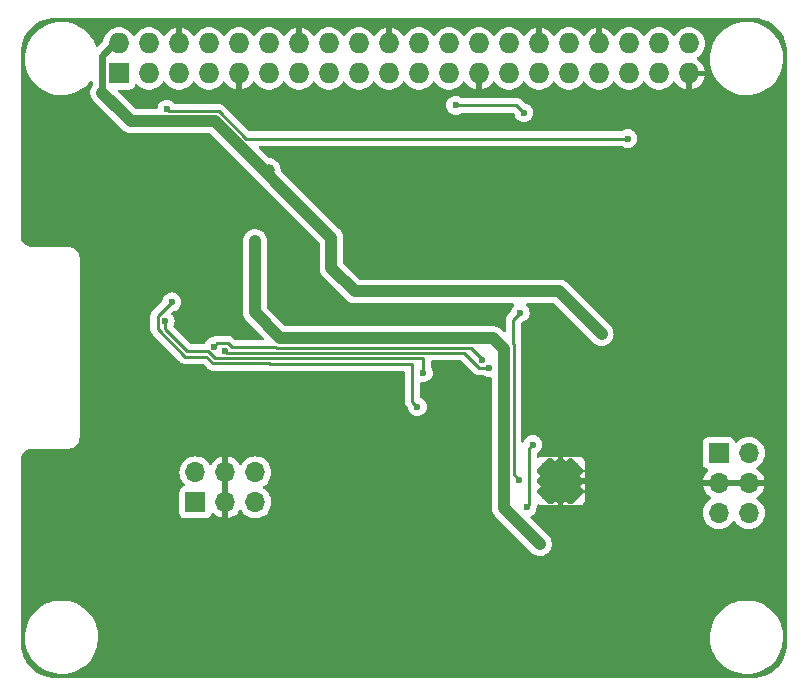
<source format=gbl>
G04 #@! TF.GenerationSoftware,KiCad,Pcbnew,7.0.9-7.0.9~ubuntu23.04.1*
G04 #@! TF.CreationDate,2023-12-27T20:47:03+00:00*
G04 #@! TF.ProjectId,pedalboard-soundcard,70656461-6c62-46f6-9172-642d736f756e,0.0.1*
G04 #@! TF.SameCoordinates,Original*
G04 #@! TF.FileFunction,Copper,L2,Bot*
G04 #@! TF.FilePolarity,Positive*
%FSLAX46Y46*%
G04 Gerber Fmt 4.6, Leading zero omitted, Abs format (unit mm)*
G04 Created by KiCad (PCBNEW 7.0.9-7.0.9~ubuntu23.04.1) date 2023-12-27 20:47:03*
%MOMM*%
%LPD*%
G01*
G04 APERTURE LIST*
G04 #@! TA.AperFunction,ComponentPad*
%ADD10R,1.727200X1.727200*%
G04 #@! TD*
G04 #@! TA.AperFunction,ComponentPad*
%ADD11O,1.727200X1.727200*%
G04 #@! TD*
G04 #@! TA.AperFunction,ComponentPad*
%ADD12R,1.700000X1.700000*%
G04 #@! TD*
G04 #@! TA.AperFunction,ComponentPad*
%ADD13O,1.700000X1.700000*%
G04 #@! TD*
G04 #@! TA.AperFunction,ComponentPad*
%ADD14C,0.500000*%
G04 #@! TD*
G04 #@! TA.AperFunction,SMDPad,CuDef*
%ADD15R,3.100000X3.100000*%
G04 #@! TD*
G04 #@! TA.AperFunction,ViaPad*
%ADD16C,0.600000*%
G04 #@! TD*
G04 #@! TA.AperFunction,ViaPad*
%ADD17C,1.000000*%
G04 #@! TD*
G04 #@! TA.AperFunction,Conductor*
%ADD18C,0.250000*%
G04 #@! TD*
G04 #@! TA.AperFunction,Conductor*
%ADD19C,1.000000*%
G04 #@! TD*
G04 #@! TA.AperFunction,Conductor*
%ADD20C,0.500000*%
G04 #@! TD*
G04 #@! TA.AperFunction,Conductor*
%ADD21C,0.600000*%
G04 #@! TD*
G04 APERTURE END LIST*
D10*
X56870000Y-57270000D03*
D11*
X56870000Y-54730000D03*
X59410000Y-57270000D03*
X59410000Y-54730000D03*
X61950000Y-57270000D03*
X61950000Y-54730000D03*
X64490000Y-57270000D03*
X64490000Y-54730000D03*
X67030000Y-57270000D03*
X67030000Y-54730000D03*
X69570000Y-57270000D03*
X69570000Y-54730000D03*
X72110000Y-57270000D03*
X72110000Y-54730000D03*
X74650000Y-57270000D03*
X74650000Y-54730000D03*
X77190000Y-57270000D03*
X77190000Y-54730000D03*
X79730000Y-57270000D03*
X79730000Y-54730000D03*
X82270000Y-57270000D03*
X82270000Y-54730000D03*
X84810000Y-57270000D03*
X84810000Y-54730000D03*
X87350000Y-57270000D03*
X87350000Y-54730000D03*
X89890000Y-57270000D03*
X89890000Y-54730000D03*
X92430000Y-57270000D03*
X92430000Y-54730000D03*
X94970000Y-57270000D03*
X94970000Y-54730000D03*
X97510000Y-57270000D03*
X97510000Y-54730000D03*
X100050000Y-57270000D03*
X100050000Y-54730000D03*
X102590000Y-57270000D03*
X102590000Y-54730000D03*
X105130000Y-57270000D03*
X105130000Y-54730000D03*
D12*
X63340000Y-93580000D03*
D13*
X63340000Y-91040000D03*
X65880000Y-93580000D03*
X65880000Y-91040000D03*
X68420000Y-93580000D03*
X68420000Y-91040000D03*
D12*
X107650000Y-89400000D03*
D13*
X110190000Y-89400000D03*
X107650000Y-91940000D03*
X110190000Y-91940000D03*
X107650000Y-94480000D03*
X110190000Y-94480000D03*
D14*
X92950000Y-93077000D03*
X93816667Y-93077000D03*
X94683333Y-93077000D03*
X95550000Y-93077000D03*
X92950000Y-92210333D03*
X93816667Y-92210333D03*
X94683333Y-92210333D03*
X95550000Y-92210333D03*
D15*
X94250000Y-91777000D03*
D14*
X92950000Y-91343667D03*
X93816667Y-91343667D03*
X94683333Y-91343667D03*
X95550000Y-91343667D03*
X92950000Y-90477000D03*
X93816667Y-90477000D03*
X94683333Y-90477000D03*
X95550000Y-90477000D03*
D16*
X58100000Y-97460000D03*
X104440000Y-84980000D03*
X100750000Y-88440000D03*
X87700000Y-96390000D03*
X92500000Y-100330000D03*
X87800000Y-84480000D03*
X102530000Y-99420000D03*
X64310000Y-73640000D03*
X82625000Y-77575000D03*
X87700000Y-98330000D03*
X100900000Y-79960000D03*
X82840000Y-61150000D03*
X84240000Y-72360000D03*
X104500000Y-99370000D03*
X92560000Y-85890000D03*
X73770000Y-74470000D03*
X102460000Y-84980000D03*
X87120000Y-64440000D03*
X100750000Y-86490000D03*
X88770000Y-72600000D03*
X59420000Y-76990000D03*
X96810000Y-100230000D03*
X75650000Y-83510000D03*
X71620000Y-86100000D03*
X60100000Y-97420000D03*
X71710000Y-78350000D03*
X82530000Y-72690000D03*
X66290000Y-73700000D03*
X73470000Y-97540000D03*
X76620000Y-85530000D03*
X71470000Y-97530000D03*
X71710000Y-74810000D03*
X94470000Y-100290000D03*
X87030000Y-77600000D03*
X100750000Y-90410000D03*
X63920000Y-79680000D03*
X89450000Y-88870000D03*
X92500000Y-97070000D03*
X91150000Y-60600000D03*
D17*
X86970000Y-79670000D03*
D16*
X68350500Y-76150000D03*
D17*
X80720000Y-79670000D03*
D16*
X85380000Y-59970000D03*
D17*
X68400000Y-71450000D03*
X97735000Y-79325000D03*
X69549500Y-65450000D03*
X76830000Y-75730000D03*
X56095000Y-59535000D03*
D16*
X87588178Y-81535000D03*
X64919647Y-80390353D03*
X88240000Y-82190000D03*
X65844722Y-80744500D03*
X82630000Y-82610000D03*
X60775000Y-78250001D03*
X61343707Y-76618810D03*
X82130000Y-85470000D03*
X99940000Y-62780000D03*
X60920000Y-60290500D03*
X90840000Y-77540000D03*
X90780000Y-91680000D03*
X91430000Y-93990000D03*
X91901382Y-88688618D03*
D18*
X85380000Y-59970000D02*
X90520000Y-59970000D01*
D19*
X89450000Y-94060000D02*
X92500000Y-97110000D01*
D18*
X90520000Y-59970000D02*
X91150000Y-60600000D01*
D19*
X92500000Y-97110000D02*
X92500000Y-97070000D01*
X68360000Y-77500000D02*
X70530000Y-79670000D01*
X88560000Y-79670000D02*
X80720000Y-79670000D01*
X68360000Y-71490000D02*
X68360000Y-76150000D01*
X89450000Y-88870000D02*
X89450000Y-94060000D01*
X89450000Y-88870000D02*
X89450000Y-80560000D01*
X68400000Y-71450000D02*
X68360000Y-71490000D01*
X89450000Y-80560000D02*
X88560000Y-79670000D01*
X70530000Y-79670000D02*
X80720000Y-79670000D01*
X68360000Y-76150000D02*
X68360000Y-77500000D01*
X68360000Y-76150000D02*
X68350500Y-76150000D01*
X76830000Y-75730000D02*
X94140000Y-75730000D01*
D20*
X56870000Y-54730000D02*
X56476400Y-54730000D01*
D21*
X56476400Y-54730000D02*
X55450000Y-55756400D01*
D19*
X74860000Y-73760000D02*
X74860000Y-71180000D01*
X64970000Y-61290000D02*
X57850000Y-61290000D01*
D20*
X56870000Y-54730000D02*
X56593600Y-55006400D01*
D21*
X55450000Y-55756400D02*
X55450000Y-58890000D01*
D19*
X57850000Y-61290000D02*
X56095000Y-59535000D01*
X55450000Y-58890000D02*
X57870000Y-61310000D01*
X76830000Y-75730000D02*
X74860000Y-73760000D01*
X74860000Y-71180000D02*
X64970000Y-61290000D01*
X94140000Y-75730000D02*
X97735000Y-79325000D01*
D18*
X86665000Y-80495000D02*
X87588178Y-81418178D01*
X87588178Y-81418178D02*
X87588178Y-81535000D01*
X65190500Y-80119500D02*
X66103606Y-80119500D01*
X70162774Y-80469500D02*
X70188274Y-80495000D01*
X70188274Y-80495000D02*
X86665000Y-80495000D01*
X66453606Y-80469500D02*
X70162774Y-80469500D01*
X64919647Y-80390353D02*
X65190500Y-80119500D01*
X66103606Y-80119500D02*
X66453606Y-80469500D01*
X87360000Y-82190000D02*
X88240000Y-82190000D01*
X66019722Y-80919500D02*
X69976378Y-80919500D01*
X70001878Y-80945000D02*
X86115000Y-80945000D01*
X65844722Y-80744500D02*
X66019722Y-80919500D01*
X86115000Y-80945000D02*
X87360000Y-82190000D01*
X69976378Y-80919500D02*
X70001878Y-80945000D01*
X69815482Y-81395000D02*
X82630000Y-81395000D01*
X62666396Y-80790000D02*
X64436116Y-80790000D01*
X60775000Y-78250001D02*
X60775000Y-78898604D01*
X64436116Y-80790000D02*
X65015616Y-81369500D01*
X82630000Y-81395000D02*
X82630000Y-82610000D01*
X65015616Y-81369500D02*
X69789982Y-81369500D01*
X69789982Y-81369500D02*
X69815482Y-81395000D01*
X60775000Y-78898604D02*
X62666396Y-80790000D01*
X81720000Y-85060000D02*
X82130000Y-85470000D01*
X64249720Y-81240000D02*
X64829220Y-81819500D01*
X69603586Y-81819500D02*
X69629086Y-81845000D01*
X61343707Y-76618810D02*
X60150000Y-77812517D01*
X64829220Y-81819500D02*
X69603586Y-81819500D01*
X81720000Y-81845000D02*
X81720000Y-85060000D01*
X60150000Y-78910000D02*
X62480000Y-81240000D01*
X69629086Y-81845000D02*
X81720000Y-81845000D01*
X62480000Y-81240000D02*
X64249720Y-81240000D01*
X60150000Y-77812517D02*
X60150000Y-78910000D01*
X60920000Y-60290500D02*
X61094500Y-60465000D01*
X67626726Y-62780000D02*
X99940000Y-62780000D01*
X61094500Y-60465000D02*
X65311726Y-60465000D01*
X65311726Y-60465000D02*
X67626726Y-62780000D01*
X90275000Y-80218274D02*
X90270000Y-80213274D01*
X90270000Y-80213274D02*
X90270000Y-78110000D01*
X90270000Y-78110000D02*
X90840000Y-77540000D01*
X90780000Y-91680000D02*
X90275000Y-91175000D01*
X90275000Y-91175000D02*
X90275000Y-80218274D01*
X91600000Y-93820000D02*
X91430000Y-93990000D01*
X91901382Y-88688618D02*
X91600000Y-88990000D01*
X91600000Y-88990000D02*
X91600000Y-93820000D01*
G04 #@! TA.AperFunction,Conductor*
G36*
X109730507Y-91730156D02*
G01*
X109690000Y-91868111D01*
X109690000Y-92011889D01*
X109730507Y-92149844D01*
X109756314Y-92190000D01*
X108083686Y-92190000D01*
X108109493Y-92149844D01*
X108150000Y-92011889D01*
X108150000Y-91868111D01*
X108109493Y-91730156D01*
X108083686Y-91690000D01*
X109756314Y-91690000D01*
X109730507Y-91730156D01*
G37*
G04 #@! TD.AperFunction*
G04 #@! TA.AperFunction,Conductor*
G36*
X66130000Y-93144498D02*
G01*
X66022315Y-93095320D01*
X65915763Y-93080000D01*
X65844237Y-93080000D01*
X65737685Y-93095320D01*
X65630000Y-93144498D01*
X65630000Y-91475501D01*
X65737685Y-91524680D01*
X65844237Y-91540000D01*
X65915763Y-91540000D01*
X66022315Y-91524680D01*
X66130000Y-91475501D01*
X66130000Y-93144498D01*
G37*
G04 #@! TD.AperFunction*
G04 #@! TA.AperFunction,Conductor*
G36*
X110501735Y-52550598D02*
G01*
X110656276Y-52559276D01*
X110826771Y-52568851D01*
X110833661Y-52569627D01*
X111106033Y-52615905D01*
X111152887Y-52623866D01*
X111159671Y-52625414D01*
X111470812Y-52715052D01*
X111477376Y-52717349D01*
X111776531Y-52841262D01*
X111782779Y-52844272D01*
X112066184Y-53000904D01*
X112072062Y-53004597D01*
X112336148Y-53191977D01*
X112341571Y-53196301D01*
X112452956Y-53295841D01*
X112583012Y-53412067D01*
X112587932Y-53416987D01*
X112650987Y-53487545D01*
X112803696Y-53658426D01*
X112808024Y-53663853D01*
X112995398Y-53927932D01*
X112999095Y-53933815D01*
X113155723Y-54217211D01*
X113158740Y-54223476D01*
X113168519Y-54247085D01*
X113282649Y-54522620D01*
X113284947Y-54529187D01*
X113374585Y-54840328D01*
X113376133Y-54847112D01*
X113430370Y-55166324D01*
X113431149Y-55173238D01*
X113449402Y-55498264D01*
X113449500Y-55501741D01*
X113449500Y-105498258D01*
X113449402Y-105501735D01*
X113431149Y-105826761D01*
X113430370Y-105833675D01*
X113376133Y-106152887D01*
X113374585Y-106159671D01*
X113284947Y-106470812D01*
X113282649Y-106477379D01*
X113158742Y-106776519D01*
X113155723Y-106782788D01*
X112999095Y-107066184D01*
X112995393Y-107072076D01*
X112808029Y-107336140D01*
X112803691Y-107341580D01*
X112587932Y-107583012D01*
X112583012Y-107587932D01*
X112341580Y-107803691D01*
X112336140Y-107808029D01*
X112072076Y-107995393D01*
X112066184Y-107999095D01*
X111782788Y-108155723D01*
X111776519Y-108158742D01*
X111477379Y-108282649D01*
X111470812Y-108284947D01*
X111159671Y-108374585D01*
X111152887Y-108376133D01*
X110833675Y-108430370D01*
X110826761Y-108431149D01*
X110501735Y-108449402D01*
X110498258Y-108449500D01*
X51501742Y-108449500D01*
X51498265Y-108449402D01*
X51173238Y-108431149D01*
X51166324Y-108430370D01*
X50847112Y-108376133D01*
X50840328Y-108374585D01*
X50529187Y-108284947D01*
X50522620Y-108282649D01*
X50332992Y-108204103D01*
X50223476Y-108158740D01*
X50217211Y-108155723D01*
X49933815Y-107999095D01*
X49927932Y-107995398D01*
X49663853Y-107808024D01*
X49658426Y-107803696D01*
X49444552Y-107612566D01*
X49416987Y-107587932D01*
X49412067Y-107583012D01*
X49320064Y-107480061D01*
X49196301Y-107341571D01*
X49191977Y-107336148D01*
X49004597Y-107072062D01*
X49000904Y-107066184D01*
X48982953Y-107033704D01*
X48844272Y-106782779D01*
X48841262Y-106776531D01*
X48717349Y-106477376D01*
X48715052Y-106470812D01*
X48625414Y-106159671D01*
X48623866Y-106152887D01*
X48591036Y-105959666D01*
X48569627Y-105833661D01*
X48568851Y-105826771D01*
X48557056Y-105616736D01*
X48550598Y-105501735D01*
X48550500Y-105498258D01*
X48550500Y-105088678D01*
X48895700Y-105088678D01*
X48926044Y-105441961D01*
X48926047Y-105441983D01*
X48996459Y-105789479D01*
X48996465Y-105789501D01*
X49106038Y-106126729D01*
X49253333Y-106449261D01*
X49253338Y-106449271D01*
X49436434Y-106752901D01*
X49436438Y-106752906D01*
X49436443Y-106752915D01*
X49457128Y-106779740D01*
X49652963Y-107033704D01*
X49652975Y-107033718D01*
X49900086Y-107287988D01*
X49900095Y-107287997D01*
X50174595Y-107512455D01*
X50174597Y-107512456D01*
X50472875Y-107704150D01*
X50472881Y-107704153D01*
X50472883Y-107704154D01*
X50472891Y-107704159D01*
X50791096Y-107860609D01*
X51125061Y-107979768D01*
X51470432Y-108060080D01*
X51756953Y-108092955D01*
X51822705Y-108100500D01*
X51822707Y-108100500D01*
X52088578Y-108100500D01*
X52177053Y-108095440D01*
X52354008Y-108085322D01*
X52703400Y-108024857D01*
X53043623Y-107924959D01*
X53370241Y-107786929D01*
X53678995Y-107612568D01*
X53965861Y-107404147D01*
X54227099Y-107164385D01*
X54459304Y-106896407D01*
X54659448Y-106603706D01*
X54824921Y-106290098D01*
X54953568Y-105959672D01*
X54988505Y-105826760D01*
X55043709Y-105616739D01*
X55043710Y-105616736D01*
X55094173Y-105265759D01*
X55099232Y-105088678D01*
X106895700Y-105088678D01*
X106926044Y-105441961D01*
X106926047Y-105441983D01*
X106996459Y-105789479D01*
X106996465Y-105789501D01*
X107106038Y-106126729D01*
X107253333Y-106449261D01*
X107253338Y-106449271D01*
X107436434Y-106752901D01*
X107436438Y-106752906D01*
X107436443Y-106752915D01*
X107457128Y-106779740D01*
X107652963Y-107033704D01*
X107652975Y-107033718D01*
X107900086Y-107287988D01*
X107900095Y-107287997D01*
X108174595Y-107512455D01*
X108174597Y-107512456D01*
X108472875Y-107704150D01*
X108472881Y-107704153D01*
X108472883Y-107704154D01*
X108472891Y-107704159D01*
X108791096Y-107860609D01*
X109125061Y-107979768D01*
X109470432Y-108060080D01*
X109756953Y-108092955D01*
X109822705Y-108100500D01*
X109822707Y-108100500D01*
X110088578Y-108100500D01*
X110177053Y-108095440D01*
X110354008Y-108085322D01*
X110703400Y-108024857D01*
X111043623Y-107924959D01*
X111370241Y-107786929D01*
X111678995Y-107612568D01*
X111965861Y-107404147D01*
X112227099Y-107164385D01*
X112459304Y-106896407D01*
X112659448Y-106603706D01*
X112824921Y-106290098D01*
X112953568Y-105959672D01*
X112988505Y-105826760D01*
X113043709Y-105616739D01*
X113043710Y-105616736D01*
X113094173Y-105265759D01*
X113104299Y-104911317D01*
X113073955Y-104558032D01*
X113073952Y-104558016D01*
X113003540Y-104210520D01*
X113003534Y-104210498D01*
X112948242Y-104040328D01*
X112893964Y-103873277D01*
X112819357Y-103709911D01*
X112746666Y-103550738D01*
X112746661Y-103550728D01*
X112563565Y-103247098D01*
X112563563Y-103247096D01*
X112563557Y-103247085D01*
X112452908Y-103103593D01*
X112347036Y-102966295D01*
X112347024Y-102966281D01*
X112099913Y-102712011D01*
X112099910Y-102712008D01*
X112099905Y-102712003D01*
X111825405Y-102487545D01*
X111825402Y-102487543D01*
X111527124Y-102295849D01*
X111527118Y-102295846D01*
X111527112Y-102295843D01*
X111527109Y-102295841D01*
X111208904Y-102139391D01*
X111208900Y-102139389D01*
X111208899Y-102139389D01*
X110874940Y-102020232D01*
X110681031Y-101975141D01*
X110529568Y-101939920D01*
X110412143Y-101926446D01*
X110177295Y-101899500D01*
X110177293Y-101899500D01*
X109911424Y-101899500D01*
X109911422Y-101899500D01*
X109645995Y-101914677D01*
X109296608Y-101975141D01*
X109296591Y-101975145D01*
X108956380Y-102075040D01*
X108956377Y-102075041D01*
X108804107Y-102139391D01*
X108629766Y-102213068D01*
X108629761Y-102213070D01*
X108321005Y-102387431D01*
X108321002Y-102387433D01*
X108034138Y-102595853D01*
X107772901Y-102835615D01*
X107772900Y-102835616D01*
X107540695Y-103103593D01*
X107340555Y-103396288D01*
X107340548Y-103396299D01*
X107175085Y-103709889D01*
X107175075Y-103709911D01*
X107046429Y-104040333D01*
X106956290Y-104383260D01*
X106905828Y-104734233D01*
X106905826Y-104734253D01*
X106895700Y-105088671D01*
X106895700Y-105088678D01*
X55099232Y-105088678D01*
X55104299Y-104911317D01*
X55073955Y-104558032D01*
X55073952Y-104558016D01*
X55003540Y-104210520D01*
X55003534Y-104210498D01*
X54948242Y-104040328D01*
X54893964Y-103873277D01*
X54819357Y-103709911D01*
X54746666Y-103550738D01*
X54746661Y-103550728D01*
X54563565Y-103247098D01*
X54563563Y-103247096D01*
X54563557Y-103247085D01*
X54452908Y-103103593D01*
X54347036Y-102966295D01*
X54347024Y-102966281D01*
X54099913Y-102712011D01*
X54099910Y-102712008D01*
X54099905Y-102712003D01*
X53825405Y-102487545D01*
X53825402Y-102487543D01*
X53527124Y-102295849D01*
X53527118Y-102295846D01*
X53527112Y-102295843D01*
X53527109Y-102295841D01*
X53208904Y-102139391D01*
X53208900Y-102139389D01*
X53208899Y-102139389D01*
X52874940Y-102020232D01*
X52681031Y-101975141D01*
X52529568Y-101939920D01*
X52412143Y-101926446D01*
X52177295Y-101899500D01*
X52177293Y-101899500D01*
X51911424Y-101899500D01*
X51911422Y-101899500D01*
X51645995Y-101914677D01*
X51296608Y-101975141D01*
X51296591Y-101975145D01*
X50956380Y-102075040D01*
X50956377Y-102075041D01*
X50804107Y-102139391D01*
X50629766Y-102213068D01*
X50629761Y-102213070D01*
X50321005Y-102387431D01*
X50321002Y-102387433D01*
X50034138Y-102595853D01*
X49772901Y-102835615D01*
X49772900Y-102835616D01*
X49540695Y-103103593D01*
X49340555Y-103396288D01*
X49340548Y-103396299D01*
X49175085Y-103709889D01*
X49175075Y-103709911D01*
X49046429Y-104040333D01*
X48956290Y-104383260D01*
X48905828Y-104734233D01*
X48905826Y-104734253D01*
X48895700Y-105088671D01*
X48895700Y-105088678D01*
X48550500Y-105088678D01*
X48550500Y-91040000D01*
X61984341Y-91040000D01*
X62004936Y-91275403D01*
X62004938Y-91275413D01*
X62066094Y-91503655D01*
X62066096Y-91503659D01*
X62066097Y-91503663D01*
X62145801Y-91674588D01*
X62165965Y-91717830D01*
X62165967Y-91717834D01*
X62207396Y-91777000D01*
X62301504Y-91911400D01*
X62301506Y-91911402D01*
X62423430Y-92033326D01*
X62456915Y-92094649D01*
X62451931Y-92164341D01*
X62410059Y-92220274D01*
X62379083Y-92237189D01*
X62247669Y-92286203D01*
X62247664Y-92286206D01*
X62132455Y-92372452D01*
X62132452Y-92372455D01*
X62046206Y-92487664D01*
X62046202Y-92487671D01*
X61995908Y-92622517D01*
X61989501Y-92682116D01*
X61989500Y-92682135D01*
X61989500Y-94477870D01*
X61989501Y-94477876D01*
X61995908Y-94537483D01*
X62046202Y-94672328D01*
X62046206Y-94672335D01*
X62132452Y-94787544D01*
X62132455Y-94787547D01*
X62247664Y-94873793D01*
X62247671Y-94873797D01*
X62382517Y-94924091D01*
X62382516Y-94924091D01*
X62389444Y-94924835D01*
X62442127Y-94930500D01*
X64237872Y-94930499D01*
X64297483Y-94924091D01*
X64432331Y-94873796D01*
X64547546Y-94787546D01*
X64633796Y-94672331D01*
X64683002Y-94540401D01*
X64724872Y-94484468D01*
X64790337Y-94460050D01*
X64858610Y-94474901D01*
X64886865Y-94496053D01*
X65008917Y-94618105D01*
X65202421Y-94753600D01*
X65416507Y-94853429D01*
X65416516Y-94853433D01*
X65630000Y-94910634D01*
X65630000Y-94015501D01*
X65737685Y-94064680D01*
X65844237Y-94080000D01*
X65915763Y-94080000D01*
X66022315Y-94064680D01*
X66130000Y-94015501D01*
X66130000Y-94910633D01*
X66343483Y-94853433D01*
X66343492Y-94853429D01*
X66557578Y-94753600D01*
X66751082Y-94618105D01*
X66918105Y-94451082D01*
X67048119Y-94265405D01*
X67102696Y-94221781D01*
X67172195Y-94214588D01*
X67234549Y-94246110D01*
X67251269Y-94265405D01*
X67381505Y-94451401D01*
X67548599Y-94618495D01*
X67645384Y-94686265D01*
X67742165Y-94754032D01*
X67742167Y-94754033D01*
X67742170Y-94754035D01*
X67956337Y-94853903D01*
X67956343Y-94853904D01*
X67956344Y-94853905D01*
X68011285Y-94868626D01*
X68184592Y-94915063D01*
X68361034Y-94930500D01*
X68419999Y-94935659D01*
X68420000Y-94935659D01*
X68420001Y-94935659D01*
X68478966Y-94930500D01*
X68655408Y-94915063D01*
X68883663Y-94853903D01*
X69097830Y-94754035D01*
X69291401Y-94618495D01*
X69458495Y-94451401D01*
X69594035Y-94257830D01*
X69693903Y-94043663D01*
X69755063Y-93815408D01*
X69775659Y-93580000D01*
X69755063Y-93344592D01*
X69704168Y-93154646D01*
X69693905Y-93116344D01*
X69693904Y-93116343D01*
X69693903Y-93116337D01*
X69594035Y-92902171D01*
X69588731Y-92894595D01*
X69458494Y-92708597D01*
X69291402Y-92541506D01*
X69291396Y-92541501D01*
X69105842Y-92411575D01*
X69062217Y-92356998D01*
X69055023Y-92287500D01*
X69086546Y-92225145D01*
X69105842Y-92208425D01*
X69128026Y-92192891D01*
X69291401Y-92078495D01*
X69458495Y-91911401D01*
X69594035Y-91717830D01*
X69693903Y-91503663D01*
X69755063Y-91275408D01*
X69775659Y-91040000D01*
X69755063Y-90804592D01*
X69693903Y-90576337D01*
X69594035Y-90362171D01*
X69590753Y-90357483D01*
X69458494Y-90168597D01*
X69291402Y-90001506D01*
X69291395Y-90001501D01*
X69289251Y-90000000D01*
X69203726Y-89940114D01*
X69097834Y-89865967D01*
X69097830Y-89865965D01*
X69097828Y-89865964D01*
X68883663Y-89766097D01*
X68883659Y-89766096D01*
X68883655Y-89766094D01*
X68655413Y-89704938D01*
X68655403Y-89704936D01*
X68420001Y-89684341D01*
X68419999Y-89684341D01*
X68184596Y-89704936D01*
X68184586Y-89704938D01*
X67956344Y-89766094D01*
X67956335Y-89766098D01*
X67742171Y-89865964D01*
X67742169Y-89865965D01*
X67548597Y-90001505D01*
X67381508Y-90168594D01*
X67251269Y-90354595D01*
X67196692Y-90398219D01*
X67127193Y-90405412D01*
X67064839Y-90373890D01*
X67048119Y-90354594D01*
X66918113Y-90168926D01*
X66918108Y-90168920D01*
X66751082Y-90001894D01*
X66557578Y-89866399D01*
X66343492Y-89766570D01*
X66343486Y-89766567D01*
X66130000Y-89709364D01*
X66130000Y-90604498D01*
X66022315Y-90555320D01*
X65915763Y-90540000D01*
X65844237Y-90540000D01*
X65737685Y-90555320D01*
X65630000Y-90604498D01*
X65630000Y-89709364D01*
X65629999Y-89709364D01*
X65416513Y-89766567D01*
X65416507Y-89766570D01*
X65202422Y-89866399D01*
X65202420Y-89866400D01*
X65008926Y-90001886D01*
X65008920Y-90001891D01*
X64841891Y-90168920D01*
X64841890Y-90168922D01*
X64711880Y-90354595D01*
X64657303Y-90398219D01*
X64587804Y-90405412D01*
X64525450Y-90373890D01*
X64508730Y-90354594D01*
X64378494Y-90168597D01*
X64211402Y-90001506D01*
X64211395Y-90001501D01*
X64209251Y-90000000D01*
X64123726Y-89940114D01*
X64017834Y-89865967D01*
X64017830Y-89865965D01*
X64017828Y-89865964D01*
X63803663Y-89766097D01*
X63803659Y-89766096D01*
X63803655Y-89766094D01*
X63575413Y-89704938D01*
X63575403Y-89704936D01*
X63340001Y-89684341D01*
X63339999Y-89684341D01*
X63104596Y-89704936D01*
X63104586Y-89704938D01*
X62876344Y-89766094D01*
X62876335Y-89766098D01*
X62662171Y-89865964D01*
X62662169Y-89865965D01*
X62468597Y-90001505D01*
X62301505Y-90168597D01*
X62165965Y-90362169D01*
X62165964Y-90362171D01*
X62112419Y-90476999D01*
X62067171Y-90574035D01*
X62066098Y-90576335D01*
X62066094Y-90576344D01*
X62004938Y-90804586D01*
X62004936Y-90804596D01*
X61984341Y-91039999D01*
X61984341Y-91040000D01*
X48550500Y-91040000D01*
X48550500Y-90002705D01*
X48550736Y-89997299D01*
X48551821Y-89984906D01*
X48563979Y-89845928D01*
X48567732Y-89824645D01*
X48604956Y-89685721D01*
X48612342Y-89665428D01*
X48673127Y-89535074D01*
X48683927Y-89516369D01*
X48766423Y-89398552D01*
X48780306Y-89382007D01*
X48882007Y-89280306D01*
X48898552Y-89266423D01*
X49016369Y-89183927D01*
X49035074Y-89173127D01*
X49165428Y-89112342D01*
X49185721Y-89104956D01*
X49324645Y-89067731D01*
X49345928Y-89063979D01*
X49497304Y-89050735D01*
X49502706Y-89050500D01*
X52591905Y-89050500D01*
X52591907Y-89050500D01*
X52772928Y-89018581D01*
X52945656Y-88955713D01*
X53104844Y-88863806D01*
X53245653Y-88745653D01*
X53363806Y-88604844D01*
X53455713Y-88445656D01*
X53518581Y-88272928D01*
X53550500Y-88091907D01*
X53550500Y-88000000D01*
X53550500Y-87983592D01*
X53550500Y-72989955D01*
X53550500Y-72908093D01*
X53518581Y-72727072D01*
X53455713Y-72554344D01*
X53363806Y-72395156D01*
X53363804Y-72395154D01*
X53363804Y-72395153D01*
X53323521Y-72347147D01*
X53245653Y-72254347D01*
X53154320Y-72177709D01*
X53104846Y-72136195D01*
X53104842Y-72136193D01*
X52945660Y-72044289D01*
X52945657Y-72044288D01*
X52945656Y-72044287D01*
X52875030Y-72018581D01*
X52772927Y-71981418D01*
X52591909Y-71949500D01*
X52591907Y-71949500D01*
X52510045Y-71949500D01*
X49502706Y-71949500D01*
X49497304Y-71949264D01*
X49459718Y-71945975D01*
X49345930Y-71936020D01*
X49324645Y-71932267D01*
X49185729Y-71895045D01*
X49165417Y-71887652D01*
X49035081Y-71826875D01*
X49016363Y-71816068D01*
X48898559Y-71733581D01*
X48882001Y-71719687D01*
X48780312Y-71617998D01*
X48766418Y-71601440D01*
X48732819Y-71553456D01*
X48683930Y-71483635D01*
X48673124Y-71464918D01*
X48668176Y-71454306D01*
X48612344Y-71334575D01*
X48604954Y-71314270D01*
X48604500Y-71312577D01*
X48567732Y-71175354D01*
X48563979Y-71154068D01*
X48556211Y-71065275D01*
X48550735Y-71002695D01*
X48550500Y-70997294D01*
X48550500Y-56088678D01*
X48895700Y-56088678D01*
X48926044Y-56441961D01*
X48926047Y-56441983D01*
X48996459Y-56789479D01*
X48996465Y-56789501D01*
X49106038Y-57126729D01*
X49253333Y-57449261D01*
X49253338Y-57449271D01*
X49436434Y-57752901D01*
X49436438Y-57752906D01*
X49436443Y-57752915D01*
X49492840Y-57826052D01*
X49652963Y-58033704D01*
X49652975Y-58033718D01*
X49889447Y-58277041D01*
X49900095Y-58287997D01*
X50174595Y-58512455D01*
X50191761Y-58523487D01*
X50472875Y-58704150D01*
X50472881Y-58704153D01*
X50472883Y-58704154D01*
X50472891Y-58704159D01*
X50791096Y-58860609D01*
X51125061Y-58979768D01*
X51470432Y-59060080D01*
X51756953Y-59092955D01*
X51822705Y-59100500D01*
X51822707Y-59100500D01*
X52088578Y-59100500D01*
X52177053Y-59095440D01*
X52354008Y-59085322D01*
X52703400Y-59024857D01*
X53043623Y-58924959D01*
X53370241Y-58786929D01*
X53678995Y-58612568D01*
X53965861Y-58404147D01*
X54227099Y-58164385D01*
X54431787Y-57928162D01*
X54490565Y-57890389D01*
X54560435Y-57890389D01*
X54619213Y-57928163D01*
X54648238Y-57991719D01*
X54649500Y-58009366D01*
X54649500Y-58249111D01*
X54629815Y-58316150D01*
X54625448Y-58322503D01*
X54583352Y-58379829D01*
X54583349Y-58379835D01*
X54498397Y-58564725D01*
X54498393Y-58564737D01*
X54452396Y-58762945D01*
X54447242Y-58966358D01*
X54483140Y-59166648D01*
X54483142Y-59166654D01*
X54514122Y-59244211D01*
X54554182Y-59344500D01*
X54558623Y-59355616D01*
X54558629Y-59355628D01*
X54670596Y-59525517D01*
X54670599Y-59525521D01*
X55315597Y-60170518D01*
X55350632Y-60205553D01*
X55354719Y-60210062D01*
X55384117Y-60245883D01*
X55384121Y-60245886D01*
X55419936Y-60275279D01*
X55424448Y-60279368D01*
X56247342Y-61102262D01*
X57133548Y-61988468D01*
X57194941Y-62053053D01*
X57196605Y-62054211D01*
X57214367Y-62066573D01*
X57218131Y-62069412D01*
X57316591Y-62149697D01*
X57316593Y-62149698D01*
X57496951Y-62243909D01*
X57692582Y-62299887D01*
X57760213Y-62305037D01*
X57895474Y-62315337D01*
X57895476Y-62315337D01*
X57895477Y-62315337D01*
X57924705Y-62311614D01*
X58086600Y-62290996D01*
X58094430Y-62290500D01*
X64504217Y-62290500D01*
X64571256Y-62310185D01*
X64591898Y-62326819D01*
X73823181Y-71558101D01*
X73856666Y-71619424D01*
X73859500Y-71645782D01*
X73859500Y-73747283D01*
X73857243Y-73836362D01*
X73857243Y-73836370D01*
X73868064Y-73896739D01*
X73868718Y-73901404D01*
X73874925Y-73962430D01*
X73874927Y-73962444D01*
X73885208Y-73995213D01*
X73887079Y-74002837D01*
X73893142Y-74036652D01*
X73893142Y-74036655D01*
X73915894Y-74093612D01*
X73917474Y-74098051D01*
X73935841Y-74156588D01*
X73935844Y-74156595D01*
X73952509Y-74186619D01*
X73955879Y-74193714D01*
X73968622Y-74225614D01*
X73968627Y-74225624D01*
X74002377Y-74276833D01*
X74004818Y-74280863D01*
X74034588Y-74334498D01*
X74034589Y-74334499D01*
X74034591Y-74334502D01*
X74056968Y-74360567D01*
X74061693Y-74366835D01*
X74074263Y-74385906D01*
X74080598Y-74395519D01*
X74123978Y-74438899D01*
X74127169Y-74442343D01*
X74167131Y-74488892D01*
X74167134Y-74488895D01*
X74194294Y-74509918D01*
X74200190Y-74515111D01*
X76085641Y-76400562D01*
X76089720Y-76405063D01*
X76119117Y-76440883D01*
X76144502Y-76461717D01*
X76150093Y-76466914D01*
X76168840Y-76486635D01*
X76174939Y-76493051D01*
X76174941Y-76493053D01*
X76223907Y-76527135D01*
X76227822Y-76530097D01*
X76271458Y-76565908D01*
X76271692Y-76566064D01*
X76276440Y-76569573D01*
X76276594Y-76569699D01*
X76276596Y-76569700D01*
X76307038Y-76585601D01*
X76313756Y-76589671D01*
X76341951Y-76609295D01*
X76341953Y-76609296D01*
X76341952Y-76609296D01*
X76393683Y-76631495D01*
X76398446Y-76633784D01*
X76442155Y-76657147D01*
X76445271Y-76658813D01*
X76452027Y-76661612D01*
X76456901Y-76663888D01*
X76456945Y-76663906D01*
X76456951Y-76663909D01*
X76484489Y-76671788D01*
X76489974Y-76673358D01*
X76497368Y-76675990D01*
X76528942Y-76689540D01*
X76580792Y-76700195D01*
X76586286Y-76701590D01*
X76626943Y-76713923D01*
X76633871Y-76716025D01*
X76639843Y-76717213D01*
X76639795Y-76717453D01*
X76652337Y-76719843D01*
X76652581Y-76719887D01*
X76656326Y-76720172D01*
X76686839Y-76722495D01*
X76694614Y-76723586D01*
X76728255Y-76730500D01*
X76728259Y-76730500D01*
X76777800Y-76730500D01*
X76783880Y-76730799D01*
X76801569Y-76732540D01*
X76830000Y-76735341D01*
X76830346Y-76735306D01*
X76851921Y-76735066D01*
X76855477Y-76735337D01*
X76889559Y-76730996D01*
X76897391Y-76730500D01*
X90218060Y-76730500D01*
X90285099Y-76750185D01*
X90330854Y-76802989D01*
X90340798Y-76872147D01*
X90311773Y-76935703D01*
X90305741Y-76942181D01*
X90210184Y-77037737D01*
X90114210Y-77190478D01*
X90054630Y-77360750D01*
X90049326Y-77407825D01*
X90022258Y-77472238D01*
X90013787Y-77481620D01*
X89886208Y-77609199D01*
X89873951Y-77619020D01*
X89874134Y-77619241D01*
X89868123Y-77624213D01*
X89820772Y-77674636D01*
X89799889Y-77695519D01*
X89799877Y-77695532D01*
X89795621Y-77701017D01*
X89791837Y-77705447D01*
X89759937Y-77739418D01*
X89759936Y-77739420D01*
X89750284Y-77756976D01*
X89739610Y-77773226D01*
X89727329Y-77789061D01*
X89727324Y-77789068D01*
X89708815Y-77831838D01*
X89706245Y-77837084D01*
X89683803Y-77877906D01*
X89678822Y-77897307D01*
X89672521Y-77915710D01*
X89664562Y-77934102D01*
X89664561Y-77934105D01*
X89657271Y-77980127D01*
X89656087Y-77985846D01*
X89644501Y-78030972D01*
X89644500Y-78030982D01*
X89644500Y-78051016D01*
X89642973Y-78070413D01*
X89642920Y-78070751D01*
X89639840Y-78090194D01*
X89639840Y-78090195D01*
X89644225Y-78136583D01*
X89644500Y-78142421D01*
X89644500Y-79040217D01*
X89624815Y-79107256D01*
X89572011Y-79153011D01*
X89502853Y-79162955D01*
X89439297Y-79133930D01*
X89432819Y-79127898D01*
X89276451Y-78971531D01*
X89215061Y-78906949D01*
X89215060Y-78906948D01*
X89215059Y-78906947D01*
X89187204Y-78887559D01*
X89164709Y-78871902D01*
X89160946Y-78869064D01*
X89113413Y-78830305D01*
X89113406Y-78830300D01*
X89082959Y-78814397D01*
X89076251Y-78810334D01*
X89048049Y-78790705D01*
X89048046Y-78790703D01*
X89048045Y-78790703D01*
X89048041Y-78790701D01*
X88991680Y-78766514D01*
X88987424Y-78764493D01*
X88933057Y-78736094D01*
X88933050Y-78736091D01*
X88933049Y-78736091D01*
X88923086Y-78733240D01*
X88900030Y-78726642D01*
X88892630Y-78724008D01*
X88861057Y-78710459D01*
X88861058Y-78710459D01*
X88800966Y-78698109D01*
X88796391Y-78696986D01*
X88737420Y-78680113D01*
X88737425Y-78680113D01*
X88703158Y-78677503D01*
X88695380Y-78676412D01*
X88661742Y-78669500D01*
X88661741Y-78669500D01*
X88600402Y-78669500D01*
X88595695Y-78669321D01*
X88590121Y-78668896D01*
X88534524Y-78664662D01*
X88514589Y-78667201D01*
X88500440Y-78669003D01*
X88492611Y-78669500D01*
X87022200Y-78669500D01*
X87016119Y-78669201D01*
X86970000Y-78664659D01*
X86923881Y-78669201D01*
X86917800Y-78669500D01*
X80772200Y-78669500D01*
X80766119Y-78669201D01*
X80720000Y-78664659D01*
X80673881Y-78669201D01*
X80667800Y-78669500D01*
X70995783Y-78669500D01*
X70928744Y-78649815D01*
X70908102Y-78633181D01*
X69396819Y-77121898D01*
X69363334Y-77060575D01*
X69360500Y-77034217D01*
X69360500Y-76176928D01*
X69360580Y-76173788D01*
X69363482Y-76116547D01*
X69364369Y-76099064D01*
X69361930Y-76083142D01*
X69360500Y-76064366D01*
X69360500Y-71748664D01*
X69365839Y-71712670D01*
X69386024Y-71646132D01*
X69386024Y-71646126D01*
X69387212Y-71640158D01*
X69387453Y-71640205D01*
X69389831Y-71627727D01*
X69389884Y-71627427D01*
X69389887Y-71627418D01*
X69396771Y-71537011D01*
X69405341Y-71450000D01*
X69405306Y-71449654D01*
X69405067Y-71428064D01*
X69405337Y-71424523D01*
X69394284Y-71337736D01*
X69386024Y-71253868D01*
X69384879Y-71250093D01*
X69380532Y-71229758D01*
X69379629Y-71222667D01*
X69352353Y-71142873D01*
X69328815Y-71065276D01*
X69328815Y-71065275D01*
X69328814Y-71065273D01*
X69325265Y-71058633D01*
X69317288Y-71040285D01*
X69313818Y-71030132D01*
X69313811Y-71030117D01*
X69272640Y-70960180D01*
X69242263Y-70903347D01*
X69235910Y-70891462D01*
X69235909Y-70891460D01*
X69228863Y-70882875D01*
X69217857Y-70867116D01*
X69210592Y-70854775D01*
X69210590Y-70854772D01*
X69192677Y-70834945D01*
X69159287Y-70797987D01*
X69157372Y-70795763D01*
X69116760Y-70746278D01*
X69110883Y-70739117D01*
X69110881Y-70739115D01*
X69110880Y-70739114D01*
X69106300Y-70735356D01*
X69099522Y-70729793D01*
X69086189Y-70717079D01*
X69074179Y-70703786D01*
X69015218Y-70660491D01*
X69012585Y-70658445D01*
X68958539Y-70614091D01*
X68958538Y-70614090D01*
X68942413Y-70605471D01*
X68927478Y-70596062D01*
X68910172Y-70583354D01*
X68910166Y-70583350D01*
X68846763Y-70554217D01*
X68843422Y-70552559D01*
X68784727Y-70521186D01*
X68759767Y-70513613D01*
X68751877Y-70510619D01*
X68725269Y-70498394D01*
X68725263Y-70498392D01*
X68660575Y-70483380D01*
X68656593Y-70482315D01*
X68596140Y-70463978D01*
X68596134Y-70463976D01*
X68596132Y-70463976D01*
X68596130Y-70463975D01*
X68596127Y-70463975D01*
X68566818Y-70461088D01*
X68558878Y-70459781D01*
X68550201Y-70457768D01*
X68527052Y-70452396D01*
X68464030Y-70450799D01*
X68459524Y-70450520D01*
X68400002Y-70444659D01*
X68399995Y-70444659D01*
X68367320Y-70447876D01*
X68359670Y-70448155D01*
X68323641Y-70447243D01*
X68323632Y-70447243D01*
X68264910Y-70457768D01*
X68260048Y-70458442D01*
X68203868Y-70463975D01*
X68169214Y-70474487D01*
X68162152Y-70476185D01*
X68123348Y-70483140D01*
X68123346Y-70483141D01*
X68071069Y-70504022D01*
X68066069Y-70505776D01*
X68015273Y-70521185D01*
X67980363Y-70539844D01*
X67974134Y-70542743D01*
X67934384Y-70558621D01*
X67890191Y-70587746D01*
X67885299Y-70590657D01*
X67841461Y-70614090D01*
X67808246Y-70641349D01*
X67803029Y-70645192D01*
X67764485Y-70670595D01*
X67764483Y-70670596D01*
X67729449Y-70705629D01*
X67724941Y-70709715D01*
X67689119Y-70739114D01*
X67689118Y-70739114D01*
X67660909Y-70773487D01*
X67655695Y-70779095D01*
X67596949Y-70834938D01*
X67596943Y-70834945D01*
X67574552Y-70867116D01*
X67563584Y-70882875D01*
X67561902Y-70885291D01*
X67559065Y-70889053D01*
X67520303Y-70936591D01*
X67520299Y-70936597D01*
X67504392Y-70967047D01*
X67500324Y-70973761D01*
X67480702Y-71001954D01*
X67456509Y-71058330D01*
X67454488Y-71062584D01*
X67426091Y-71116951D01*
X67426090Y-71116952D01*
X67416640Y-71149975D01*
X67414007Y-71157371D01*
X67400459Y-71188943D01*
X67388113Y-71249019D01*
X67386990Y-71253595D01*
X67370113Y-71312577D01*
X67370113Y-71312579D01*
X67367503Y-71346841D01*
X67366414Y-71354608D01*
X67360980Y-71381052D01*
X67359500Y-71388258D01*
X67359500Y-71449597D01*
X67359321Y-71454306D01*
X67354662Y-71515474D01*
X67356707Y-71531527D01*
X67359003Y-71549560D01*
X67359500Y-71557388D01*
X67359500Y-75970093D01*
X67356786Y-75991405D01*
X67357390Y-75991498D01*
X67356437Y-75997717D01*
X67346131Y-76200936D01*
X67358070Y-76278868D01*
X67359500Y-76297645D01*
X67359500Y-77487283D01*
X67357243Y-77576362D01*
X67357243Y-77576370D01*
X67368064Y-77636739D01*
X67368718Y-77641404D01*
X67374925Y-77702430D01*
X67374927Y-77702444D01*
X67385208Y-77735213D01*
X67387079Y-77742837D01*
X67393142Y-77776652D01*
X67393142Y-77776655D01*
X67415894Y-77833612D01*
X67417474Y-77838051D01*
X67435841Y-77896588D01*
X67435844Y-77896595D01*
X67452509Y-77926619D01*
X67455879Y-77933714D01*
X67468622Y-77965614D01*
X67468627Y-77965624D01*
X67502377Y-78016833D01*
X67504818Y-78020863D01*
X67534588Y-78074498D01*
X67534589Y-78074499D01*
X67534591Y-78074502D01*
X67556968Y-78100567D01*
X67561693Y-78106835D01*
X67574263Y-78125906D01*
X67580598Y-78135519D01*
X67623978Y-78178899D01*
X67627169Y-78182343D01*
X67667131Y-78228892D01*
X67667134Y-78228895D01*
X67694294Y-78249918D01*
X67700190Y-78255111D01*
X69077398Y-79632319D01*
X69110883Y-79693642D01*
X69105899Y-79763334D01*
X69064027Y-79819267D01*
X68998563Y-79843684D01*
X68989717Y-79844000D01*
X66764060Y-79844000D01*
X66697021Y-79824315D01*
X66676379Y-79807682D01*
X66604410Y-79735714D01*
X66594592Y-79723457D01*
X66594370Y-79723641D01*
X66589395Y-79717629D01*
X66589392Y-79717623D01*
X66554410Y-79684773D01*
X66538969Y-79670272D01*
X66518080Y-79649383D01*
X66518079Y-79649382D01*
X66518077Y-79649380D01*
X66512590Y-79645123D01*
X66508156Y-79641336D01*
X66474188Y-79609438D01*
X66474187Y-79609437D01*
X66474183Y-79609435D01*
X66456635Y-79599788D01*
X66440369Y-79589104D01*
X66424542Y-79576827D01*
X66424541Y-79576826D01*
X66424539Y-79576825D01*
X66381774Y-79558318D01*
X66376528Y-79555748D01*
X66335699Y-79533303D01*
X66335698Y-79533302D01*
X66316299Y-79528322D01*
X66297887Y-79522018D01*
X66279504Y-79514062D01*
X66279498Y-79514060D01*
X66233480Y-79506772D01*
X66227758Y-79505587D01*
X66182627Y-79494000D01*
X66182625Y-79494000D01*
X66162590Y-79494000D01*
X66143192Y-79492473D01*
X66135768Y-79491297D01*
X66123411Y-79489340D01*
X66123410Y-79489340D01*
X66077022Y-79493725D01*
X66071184Y-79494000D01*
X65273243Y-79494000D01*
X65257622Y-79492275D01*
X65257596Y-79492561D01*
X65249834Y-79491827D01*
X65249833Y-79491827D01*
X65180686Y-79494000D01*
X65151149Y-79494000D01*
X65144266Y-79494869D01*
X65138449Y-79495326D01*
X65091873Y-79496790D01*
X65072629Y-79502381D01*
X65053579Y-79506325D01*
X65033711Y-79508834D01*
X64990384Y-79525988D01*
X64984858Y-79527879D01*
X64940114Y-79540879D01*
X64940110Y-79540881D01*
X64922866Y-79551079D01*
X64905405Y-79559633D01*
X64886774Y-79567010D01*
X64886768Y-79567014D01*
X64878255Y-79573199D01*
X64819257Y-79596098D01*
X64740397Y-79604983D01*
X64570125Y-79664563D01*
X64417384Y-79760537D01*
X64289831Y-79888090D01*
X64193859Y-80040828D01*
X64193857Y-80040831D01*
X64179643Y-80081455D01*
X64138922Y-80138231D01*
X64073969Y-80163978D01*
X64062602Y-80164500D01*
X62976848Y-80164500D01*
X62909809Y-80144815D01*
X62889167Y-80128181D01*
X61516581Y-78755594D01*
X61483096Y-78694271D01*
X61488080Y-78624579D01*
X61499269Y-78601941D01*
X61500789Y-78599523D01*
X61560368Y-78429256D01*
X61567147Y-78369090D01*
X61580565Y-78250004D01*
X61580565Y-78249997D01*
X61560369Y-78070751D01*
X61560368Y-78070746D01*
X61530660Y-77985846D01*
X61500789Y-77900479D01*
X61486605Y-77877906D01*
X61422983Y-77776652D01*
X61404816Y-77747739D01*
X61339772Y-77682695D01*
X61306287Y-77621372D01*
X61311271Y-77551680D01*
X61339770Y-77507335D01*
X61402086Y-77445019D01*
X61463407Y-77411536D01*
X61475863Y-77409484D01*
X61522962Y-77404178D01*
X61693229Y-77344599D01*
X61845969Y-77248626D01*
X61973523Y-77121072D01*
X62069496Y-76968332D01*
X62129075Y-76798065D01*
X62134470Y-76750185D01*
X62149272Y-76618813D01*
X62149272Y-76618806D01*
X62129076Y-76439560D01*
X62129075Y-76439555D01*
X62115427Y-76400552D01*
X62069496Y-76269288D01*
X61973523Y-76116548D01*
X61845969Y-75988994D01*
X61693230Y-75893021D01*
X61522961Y-75833441D01*
X61522956Y-75833440D01*
X61343711Y-75813245D01*
X61343703Y-75813245D01*
X61164457Y-75833440D01*
X61164452Y-75833441D01*
X60994183Y-75893021D01*
X60841444Y-75988994D01*
X60713891Y-76116547D01*
X60617917Y-76269288D01*
X60558337Y-76439560D01*
X60553033Y-76486635D01*
X60525965Y-76551049D01*
X60517494Y-76560431D01*
X59766208Y-77311716D01*
X59753951Y-77321537D01*
X59754134Y-77321758D01*
X59748123Y-77326730D01*
X59700772Y-77377153D01*
X59679889Y-77398036D01*
X59679877Y-77398049D01*
X59675621Y-77403534D01*
X59671837Y-77407964D01*
X59639937Y-77441935D01*
X59639936Y-77441937D01*
X59630284Y-77459493D01*
X59619610Y-77475743D01*
X59607329Y-77491578D01*
X59607324Y-77491585D01*
X59588815Y-77534355D01*
X59586245Y-77539601D01*
X59563803Y-77580423D01*
X59558822Y-77599824D01*
X59552521Y-77618227D01*
X59544562Y-77636619D01*
X59544561Y-77636622D01*
X59537271Y-77682644D01*
X59536087Y-77688363D01*
X59524501Y-77733489D01*
X59524500Y-77733499D01*
X59524500Y-77753533D01*
X59522973Y-77772932D01*
X59519840Y-77792711D01*
X59519840Y-77792712D01*
X59524225Y-77839100D01*
X59524500Y-77844938D01*
X59524500Y-78827255D01*
X59522775Y-78842872D01*
X59523061Y-78842899D01*
X59522326Y-78850665D01*
X59524500Y-78919814D01*
X59524500Y-78949343D01*
X59524501Y-78949360D01*
X59525368Y-78956231D01*
X59525826Y-78962050D01*
X59527290Y-79008624D01*
X59527291Y-79008627D01*
X59532880Y-79027867D01*
X59536824Y-79046911D01*
X59539336Y-79066792D01*
X59556490Y-79110119D01*
X59558382Y-79115647D01*
X59571381Y-79160388D01*
X59581580Y-79177634D01*
X59590138Y-79195103D01*
X59597514Y-79213732D01*
X59624898Y-79251423D01*
X59628106Y-79256307D01*
X59651827Y-79296416D01*
X59651833Y-79296424D01*
X59665990Y-79310580D01*
X59678628Y-79325376D01*
X59690405Y-79341586D01*
X59690406Y-79341587D01*
X59726309Y-79371288D01*
X59730620Y-79375210D01*
X61025910Y-80670500D01*
X61979194Y-81623784D01*
X61989019Y-81636048D01*
X61989240Y-81635866D01*
X61994210Y-81641873D01*
X61994213Y-81641876D01*
X61994214Y-81641877D01*
X62044651Y-81689241D01*
X62065530Y-81710120D01*
X62071004Y-81714366D01*
X62075442Y-81718156D01*
X62109418Y-81750062D01*
X62109422Y-81750064D01*
X62126973Y-81759713D01*
X62143231Y-81770392D01*
X62159064Y-81782674D01*
X62181015Y-81792172D01*
X62201837Y-81801183D01*
X62207081Y-81803752D01*
X62247908Y-81826197D01*
X62267312Y-81831179D01*
X62285710Y-81837478D01*
X62304105Y-81845438D01*
X62350129Y-81852726D01*
X62355832Y-81853907D01*
X62400981Y-81865500D01*
X62421016Y-81865500D01*
X62440413Y-81867026D01*
X62460196Y-81870160D01*
X62506584Y-81865775D01*
X62512422Y-81865500D01*
X63939268Y-81865500D01*
X64006307Y-81885185D01*
X64026949Y-81901819D01*
X64328414Y-82203284D01*
X64338239Y-82215548D01*
X64338460Y-82215366D01*
X64343430Y-82221373D01*
X64343433Y-82221376D01*
X64343434Y-82221377D01*
X64393871Y-82268741D01*
X64414750Y-82289620D01*
X64420224Y-82293866D01*
X64424662Y-82297656D01*
X64458638Y-82329562D01*
X64458642Y-82329564D01*
X64476193Y-82339213D01*
X64492451Y-82349892D01*
X64508284Y-82362174D01*
X64530235Y-82371672D01*
X64551057Y-82380683D01*
X64556301Y-82383252D01*
X64597128Y-82405697D01*
X64616532Y-82410679D01*
X64634930Y-82416978D01*
X64653325Y-82424938D01*
X64699349Y-82432226D01*
X64705052Y-82433407D01*
X64750201Y-82445000D01*
X64770236Y-82445000D01*
X64789633Y-82446526D01*
X64809416Y-82449660D01*
X64855804Y-82445275D01*
X64861642Y-82445000D01*
X69416827Y-82445000D01*
X69451419Y-82449923D01*
X69453183Y-82450435D01*
X69453186Y-82450435D01*
X69453190Y-82450437D01*
X69497161Y-82457401D01*
X69499205Y-82457725D01*
X69504925Y-82458909D01*
X69550067Y-82470500D01*
X69570102Y-82470500D01*
X69589500Y-82472026D01*
X69609280Y-82475159D01*
X69609281Y-82475160D01*
X69609281Y-82475159D01*
X69609282Y-82475160D01*
X69655670Y-82470775D01*
X69661508Y-82470500D01*
X80970500Y-82470500D01*
X81037539Y-82490185D01*
X81083294Y-82542989D01*
X81094500Y-82594500D01*
X81094500Y-84977255D01*
X81092775Y-84992872D01*
X81093061Y-84992899D01*
X81092326Y-85000665D01*
X81094500Y-85069814D01*
X81094500Y-85099343D01*
X81094501Y-85099360D01*
X81095368Y-85106231D01*
X81095826Y-85112050D01*
X81097290Y-85158624D01*
X81097291Y-85158627D01*
X81102880Y-85177867D01*
X81106824Y-85196911D01*
X81109336Y-85216791D01*
X81126490Y-85260119D01*
X81128382Y-85265647D01*
X81141381Y-85310388D01*
X81151580Y-85327634D01*
X81160138Y-85345103D01*
X81167514Y-85363732D01*
X81194898Y-85401423D01*
X81198106Y-85406307D01*
X81221827Y-85446416D01*
X81221833Y-85446424D01*
X81235990Y-85460580D01*
X81248628Y-85475376D01*
X81260405Y-85491586D01*
X81260406Y-85491587D01*
X81296309Y-85521288D01*
X81300620Y-85525210D01*
X81303787Y-85528377D01*
X81337272Y-85589700D01*
X81339326Y-85602173D01*
X81344630Y-85649249D01*
X81404210Y-85819521D01*
X81500184Y-85972262D01*
X81627738Y-86099816D01*
X81780478Y-86195789D01*
X81950745Y-86255368D01*
X81950750Y-86255369D01*
X82129996Y-86275565D01*
X82130000Y-86275565D01*
X82130004Y-86275565D01*
X82309249Y-86255369D01*
X82309252Y-86255368D01*
X82309255Y-86255368D01*
X82479522Y-86195789D01*
X82632262Y-86099816D01*
X82759816Y-85972262D01*
X82855789Y-85819522D01*
X82915368Y-85649255D01*
X82920673Y-85602173D01*
X82935565Y-85470003D01*
X82935565Y-85469996D01*
X82915369Y-85290750D01*
X82915368Y-85290745D01*
X82889490Y-85216791D01*
X82855789Y-85120478D01*
X82850493Y-85112050D01*
X82816582Y-85058080D01*
X82759816Y-84967738D01*
X82632262Y-84840184D01*
X82479522Y-84744211D01*
X82479520Y-84744210D01*
X82428545Y-84726373D01*
X82371769Y-84685651D01*
X82346022Y-84620698D01*
X82345500Y-84609332D01*
X82345500Y-83522266D01*
X82365185Y-83455227D01*
X82417989Y-83409472D01*
X82483383Y-83399046D01*
X82629996Y-83415565D01*
X82630000Y-83415565D01*
X82630004Y-83415565D01*
X82809249Y-83395369D01*
X82809252Y-83395368D01*
X82809255Y-83395368D01*
X82979522Y-83335789D01*
X83132262Y-83239816D01*
X83259816Y-83112262D01*
X83355789Y-82959522D01*
X83415368Y-82789255D01*
X83416839Y-82776198D01*
X83435565Y-82610003D01*
X83435565Y-82609996D01*
X83415369Y-82430750D01*
X83415368Y-82430745D01*
X83406603Y-82405695D01*
X83355789Y-82260478D01*
X83274505Y-82131116D01*
X83255500Y-82065145D01*
X83255500Y-81694500D01*
X83275185Y-81627461D01*
X83327989Y-81581706D01*
X83379500Y-81570500D01*
X85804548Y-81570500D01*
X85871587Y-81590185D01*
X85892229Y-81606819D01*
X86859197Y-82573788D01*
X86869022Y-82586051D01*
X86869243Y-82585869D01*
X86874214Y-82591878D01*
X86893513Y-82610000D01*
X86924635Y-82639226D01*
X86945529Y-82660120D01*
X86951011Y-82664373D01*
X86955443Y-82668157D01*
X86989418Y-82700062D01*
X87006976Y-82709714D01*
X87023233Y-82720393D01*
X87039064Y-82732673D01*
X87058737Y-82741186D01*
X87081833Y-82751182D01*
X87087077Y-82753750D01*
X87127908Y-82776197D01*
X87140523Y-82779435D01*
X87147305Y-82781177D01*
X87165719Y-82787481D01*
X87184104Y-82795438D01*
X87230157Y-82802732D01*
X87235826Y-82803906D01*
X87280981Y-82815500D01*
X87301016Y-82815500D01*
X87320413Y-82817026D01*
X87340196Y-82820160D01*
X87386584Y-82815775D01*
X87392422Y-82815500D01*
X87695145Y-82815500D01*
X87761116Y-82834505D01*
X87890478Y-82915789D01*
X88015460Y-82959522D01*
X88060745Y-82975368D01*
X88060750Y-82975369D01*
X88239996Y-82995565D01*
X88240000Y-82995565D01*
X88240003Y-82995565D01*
X88311616Y-82987496D01*
X88380438Y-82999550D01*
X88431818Y-83046899D01*
X88449500Y-83110716D01*
X88449500Y-94047283D01*
X88447243Y-94136362D01*
X88447243Y-94136370D01*
X88458064Y-94196739D01*
X88458718Y-94201404D01*
X88464925Y-94262430D01*
X88464927Y-94262444D01*
X88475208Y-94295213D01*
X88477079Y-94302837D01*
X88483142Y-94336652D01*
X88483142Y-94336655D01*
X88505894Y-94393612D01*
X88507474Y-94398051D01*
X88525841Y-94456588D01*
X88525844Y-94456595D01*
X88542509Y-94486619D01*
X88545879Y-94493714D01*
X88558622Y-94525614D01*
X88558627Y-94525624D01*
X88592377Y-94576833D01*
X88594818Y-94580863D01*
X88624588Y-94634498D01*
X88624589Y-94634499D01*
X88624591Y-94634502D01*
X88646968Y-94660567D01*
X88651693Y-94666835D01*
X88655318Y-94672335D01*
X88670598Y-94695519D01*
X88713978Y-94738899D01*
X88717169Y-94742343D01*
X88757131Y-94788892D01*
X88757134Y-94788895D01*
X88760377Y-94791405D01*
X88784294Y-94809918D01*
X88790190Y-94815111D01*
X91763966Y-97788887D01*
X91767170Y-97792343D01*
X91807130Y-97838892D01*
X91807134Y-97838895D01*
X91877561Y-97893410D01*
X91946593Y-97949698D01*
X91948155Y-97950514D01*
X91966645Y-97962366D01*
X91968042Y-97963448D01*
X92048020Y-98002679D01*
X92126951Y-98043909D01*
X92128644Y-98044393D01*
X92149142Y-98052281D01*
X92150729Y-98053060D01*
X92236966Y-98075388D01*
X92322582Y-98099886D01*
X92324336Y-98100019D01*
X92346003Y-98103619D01*
X92347715Y-98104063D01*
X92436671Y-98108574D01*
X92454432Y-98109926D01*
X92525472Y-98115337D01*
X92525473Y-98115336D01*
X92525476Y-98115337D01*
X92527220Y-98115114D01*
X92549167Y-98114279D01*
X92550936Y-98114369D01*
X92638957Y-98100884D01*
X92727328Y-98089630D01*
X92728994Y-98089060D01*
X92750343Y-98083820D01*
X92752071Y-98083556D01*
X92835572Y-98052630D01*
X92861087Y-98043909D01*
X92919867Y-98023818D01*
X92919868Y-98023817D01*
X92919872Y-98023816D01*
X92921386Y-98022924D01*
X92941243Y-98013495D01*
X92942882Y-98012888D01*
X92942883Y-98012887D01*
X92942887Y-98012886D01*
X92942891Y-98012883D01*
X92942894Y-98012882D01*
X92970723Y-97995534D01*
X93018488Y-97965763D01*
X93095227Y-97920590D01*
X93096524Y-97919417D01*
X93114087Y-97906176D01*
X93115571Y-97905252D01*
X93128028Y-97893410D01*
X93180148Y-97843866D01*
X93237176Y-97792343D01*
X93246213Y-97784179D01*
X93247256Y-97782758D01*
X93261771Y-97766277D01*
X93263053Y-97765059D01*
X93313944Y-97691941D01*
X93366649Y-97620167D01*
X93367381Y-97618573D01*
X93378290Y-97599491D01*
X93379295Y-97598049D01*
X93414427Y-97516181D01*
X93451605Y-97435268D01*
X93452000Y-97433564D01*
X93458847Y-97412670D01*
X93459540Y-97411058D01*
X93477470Y-97323805D01*
X93497602Y-97237053D01*
X93497646Y-97235307D01*
X93500148Y-97213452D01*
X93500500Y-97211741D01*
X93500500Y-97122675D01*
X93502756Y-97033636D01*
X93501336Y-97025716D01*
X93500683Y-97021055D01*
X93485074Y-96867560D01*
X93424162Y-96673420D01*
X93424160Y-96673416D01*
X93424159Y-96673412D01*
X93325409Y-96495498D01*
X93325408Y-96495497D01*
X93325407Y-96495495D01*
X93192868Y-96341107D01*
X93192867Y-96341106D01*
X93192866Y-96341105D01*
X93031958Y-96216552D01*
X93029873Y-96215529D01*
X93026855Y-96213371D01*
X93026625Y-96213228D01*
X93026634Y-96213213D01*
X92996804Y-96191884D01*
X91727340Y-94922420D01*
X91693855Y-94861097D01*
X91698839Y-94791405D01*
X91740711Y-94735472D01*
X91774072Y-94717695D01*
X91779522Y-94715789D01*
X91932262Y-94619816D01*
X92059816Y-94492262D01*
X92067521Y-94480000D01*
X106294341Y-94480000D01*
X106314936Y-94715403D01*
X106314938Y-94715413D01*
X106376094Y-94943655D01*
X106376096Y-94943659D01*
X106376097Y-94943663D01*
X106380000Y-94952032D01*
X106475965Y-95157830D01*
X106475967Y-95157834D01*
X106584281Y-95312521D01*
X106611505Y-95351401D01*
X106778599Y-95518495D01*
X106875384Y-95586265D01*
X106972165Y-95654032D01*
X106972167Y-95654033D01*
X106972170Y-95654035D01*
X107186337Y-95753903D01*
X107414592Y-95815063D01*
X107602918Y-95831539D01*
X107649999Y-95835659D01*
X107650000Y-95835659D01*
X107650001Y-95835659D01*
X107689234Y-95832226D01*
X107885408Y-95815063D01*
X108113663Y-95753903D01*
X108327830Y-95654035D01*
X108521401Y-95518495D01*
X108688495Y-95351401D01*
X108818425Y-95165842D01*
X108873002Y-95122217D01*
X108942500Y-95115023D01*
X109004855Y-95146546D01*
X109021575Y-95165842D01*
X109151500Y-95351395D01*
X109151505Y-95351401D01*
X109318599Y-95518495D01*
X109415384Y-95586265D01*
X109512165Y-95654032D01*
X109512167Y-95654033D01*
X109512170Y-95654035D01*
X109726337Y-95753903D01*
X109954592Y-95815063D01*
X110142918Y-95831539D01*
X110189999Y-95835659D01*
X110190000Y-95835659D01*
X110190001Y-95835659D01*
X110229234Y-95832226D01*
X110425408Y-95815063D01*
X110653663Y-95753903D01*
X110867830Y-95654035D01*
X111061401Y-95518495D01*
X111228495Y-95351401D01*
X111364035Y-95157830D01*
X111463903Y-94943663D01*
X111525063Y-94715408D01*
X111545659Y-94480000D01*
X111525063Y-94244592D01*
X111463903Y-94016337D01*
X111364035Y-93802171D01*
X111358425Y-93794158D01*
X111228494Y-93608597D01*
X111061402Y-93441506D01*
X111061401Y-93441505D01*
X110875405Y-93311269D01*
X110831781Y-93256692D01*
X110824588Y-93187193D01*
X110856110Y-93124839D01*
X110875405Y-93108119D01*
X111061082Y-92978105D01*
X111228105Y-92811082D01*
X111363600Y-92617578D01*
X111463429Y-92403492D01*
X111463432Y-92403486D01*
X111520636Y-92190000D01*
X110623686Y-92190000D01*
X110649493Y-92149844D01*
X110690000Y-92011889D01*
X110690000Y-91868111D01*
X110649493Y-91730156D01*
X110623686Y-91690000D01*
X111520636Y-91690000D01*
X111520635Y-91689999D01*
X111463432Y-91476513D01*
X111463429Y-91476507D01*
X111363600Y-91262422D01*
X111363599Y-91262420D01*
X111228113Y-91068926D01*
X111228108Y-91068920D01*
X111061078Y-90901890D01*
X110875405Y-90771879D01*
X110831780Y-90717302D01*
X110824588Y-90647804D01*
X110856110Y-90585449D01*
X110875406Y-90568730D01*
X111061401Y-90438495D01*
X111228495Y-90271401D01*
X111364035Y-90077830D01*
X111463903Y-89863663D01*
X111525063Y-89635408D01*
X111545659Y-89400000D01*
X111544755Y-89389673D01*
X111526755Y-89183931D01*
X111525063Y-89164592D01*
X111463903Y-88936337D01*
X111364035Y-88722171D01*
X111340544Y-88688621D01*
X111228494Y-88528597D01*
X111061402Y-88361506D01*
X111061395Y-88361501D01*
X110867834Y-88225967D01*
X110867830Y-88225965D01*
X110867828Y-88225964D01*
X110653663Y-88126097D01*
X110653659Y-88126096D01*
X110653655Y-88126094D01*
X110425413Y-88064938D01*
X110425403Y-88064936D01*
X110190001Y-88044341D01*
X110189999Y-88044341D01*
X109954596Y-88064936D01*
X109954586Y-88064938D01*
X109726344Y-88126094D01*
X109726335Y-88126098D01*
X109512171Y-88225964D01*
X109512169Y-88225965D01*
X109318600Y-88361503D01*
X109196673Y-88483430D01*
X109135350Y-88516914D01*
X109065658Y-88511930D01*
X109009725Y-88470058D01*
X108992810Y-88439081D01*
X108943797Y-88307671D01*
X108943793Y-88307664D01*
X108857547Y-88192455D01*
X108857544Y-88192452D01*
X108742335Y-88106206D01*
X108742328Y-88106202D01*
X108607482Y-88055908D01*
X108607483Y-88055908D01*
X108547883Y-88049501D01*
X108547881Y-88049500D01*
X108547873Y-88049500D01*
X108547864Y-88049500D01*
X106752129Y-88049500D01*
X106752123Y-88049501D01*
X106692516Y-88055908D01*
X106557671Y-88106202D01*
X106557664Y-88106206D01*
X106442455Y-88192452D01*
X106442452Y-88192455D01*
X106356206Y-88307664D01*
X106356202Y-88307671D01*
X106305908Y-88442517D01*
X106299501Y-88502116D01*
X106299500Y-88502135D01*
X106299500Y-90297870D01*
X106299501Y-90297876D01*
X106305908Y-90357483D01*
X106356202Y-90492328D01*
X106356206Y-90492335D01*
X106442452Y-90607544D01*
X106442455Y-90607547D01*
X106557664Y-90693793D01*
X106557671Y-90693797D01*
X106619902Y-90717007D01*
X106689598Y-90743002D01*
X106745531Y-90784873D01*
X106769949Y-90850337D01*
X106755098Y-90918610D01*
X106733947Y-90946865D01*
X106611886Y-91068926D01*
X106476400Y-91262420D01*
X106476399Y-91262422D01*
X106376570Y-91476507D01*
X106376567Y-91476513D01*
X106319364Y-91689999D01*
X106319364Y-91690000D01*
X107216314Y-91690000D01*
X107190507Y-91730156D01*
X107150000Y-91868111D01*
X107150000Y-92011889D01*
X107190507Y-92149844D01*
X107216314Y-92190000D01*
X106319364Y-92190000D01*
X106376567Y-92403486D01*
X106376570Y-92403492D01*
X106476399Y-92617578D01*
X106611894Y-92811082D01*
X106778917Y-92978105D01*
X106964595Y-93108119D01*
X107008219Y-93162696D01*
X107015412Y-93232195D01*
X106983890Y-93294549D01*
X106964595Y-93311269D01*
X106778594Y-93441508D01*
X106611505Y-93608597D01*
X106475965Y-93802169D01*
X106475964Y-93802171D01*
X106376098Y-94016335D01*
X106376094Y-94016344D01*
X106314938Y-94244586D01*
X106314936Y-94244596D01*
X106294341Y-94479999D01*
X106294341Y-94480000D01*
X92067521Y-94480000D01*
X92155789Y-94339522D01*
X92215368Y-94169255D01*
X92219074Y-94136370D01*
X92235565Y-93990002D01*
X92235565Y-93989999D01*
X92233224Y-93969229D01*
X92225889Y-93904133D01*
X92225500Y-93897192D01*
X92225500Y-93878983D01*
X92227027Y-93859582D01*
X92231381Y-93832096D01*
X92233682Y-93832460D01*
X92251818Y-93777171D01*
X92306030Y-93733094D01*
X92375466Y-93725323D01*
X92428292Y-93748181D01*
X92457906Y-93770350D01*
X92457913Y-93770354D01*
X92592620Y-93820596D01*
X92592627Y-93820598D01*
X92652155Y-93826999D01*
X92652172Y-93827000D01*
X92904395Y-93827000D01*
X92911343Y-93827390D01*
X92949998Y-93831746D01*
X92950002Y-93831746D01*
X92988657Y-93827390D01*
X92995605Y-93827000D01*
X93771062Y-93827000D01*
X93778010Y-93827390D01*
X93816665Y-93831746D01*
X93816669Y-93831746D01*
X93855324Y-93827390D01*
X93862272Y-93827000D01*
X94000000Y-93827000D01*
X94500000Y-93827000D01*
X94637728Y-93827000D01*
X94644676Y-93827390D01*
X94683331Y-93831746D01*
X94683335Y-93831746D01*
X94721990Y-93827390D01*
X94728938Y-93827000D01*
X95504395Y-93827000D01*
X95511343Y-93827390D01*
X95549998Y-93831746D01*
X95550002Y-93831746D01*
X95588657Y-93827390D01*
X95595605Y-93827000D01*
X95847828Y-93827000D01*
X95847844Y-93826999D01*
X95907372Y-93820598D01*
X95907379Y-93820596D01*
X96042086Y-93770354D01*
X96042093Y-93770350D01*
X96157187Y-93684190D01*
X96157190Y-93684187D01*
X96243350Y-93569093D01*
X96243354Y-93569086D01*
X96293596Y-93434379D01*
X96293598Y-93434372D01*
X96299999Y-93374844D01*
X96300000Y-93374827D01*
X96300000Y-93122604D01*
X96300390Y-93115656D01*
X96304746Y-93077000D01*
X96304746Y-93076999D01*
X96300390Y-93038343D01*
X96300000Y-93031395D01*
X96300000Y-92255937D01*
X96300390Y-92248989D01*
X96304746Y-92210333D01*
X96304746Y-92210332D01*
X96300390Y-92171676D01*
X96300000Y-92164728D01*
X96300000Y-92027000D01*
X96086885Y-92027000D01*
X95903553Y-92210333D01*
X96197709Y-92504489D01*
X96231194Y-92565812D01*
X96229300Y-92592303D01*
X96233895Y-92592303D01*
X96233895Y-92695028D01*
X96229320Y-92695028D01*
X96226211Y-92738496D01*
X96197710Y-92782843D01*
X95255843Y-93724710D01*
X95194520Y-93758195D01*
X95168028Y-93756300D01*
X95168028Y-93760895D01*
X95065303Y-93760895D01*
X95065303Y-93756318D01*
X95021836Y-93753210D01*
X94977489Y-93724709D01*
X94683333Y-93430553D01*
X94500000Y-93613885D01*
X94500000Y-93827000D01*
X94000000Y-93827000D01*
X94000000Y-93613886D01*
X93816667Y-93430553D01*
X93522510Y-93724710D01*
X93461187Y-93758195D01*
X93434695Y-93756300D01*
X93434695Y-93760895D01*
X93331970Y-93760895D01*
X93331970Y-93756318D01*
X93288503Y-93753210D01*
X93244156Y-93724709D01*
X92596447Y-93077000D01*
X92794709Y-93077000D01*
X92815514Y-93154645D01*
X92872355Y-93211486D01*
X92930254Y-93227000D01*
X92969746Y-93227000D01*
X93027645Y-93211486D01*
X93084486Y-93154646D01*
X93105291Y-93077001D01*
X93303553Y-93077001D01*
X93383332Y-93156780D01*
X93463112Y-93077000D01*
X93661376Y-93077000D01*
X93682181Y-93154645D01*
X93739022Y-93211486D01*
X93796921Y-93227000D01*
X93836413Y-93227000D01*
X93894312Y-93211486D01*
X93951153Y-93154646D01*
X93971958Y-93077000D01*
X94528042Y-93077000D01*
X94548847Y-93154645D01*
X94605688Y-93211486D01*
X94663587Y-93227000D01*
X94703079Y-93227000D01*
X94760978Y-93211486D01*
X94817819Y-93154646D01*
X94838624Y-93077001D01*
X95036886Y-93077001D01*
X95116665Y-93156780D01*
X95196445Y-93077000D01*
X95394709Y-93077000D01*
X95415514Y-93154645D01*
X95472355Y-93211486D01*
X95530254Y-93227000D01*
X95569746Y-93227000D01*
X95627645Y-93211486D01*
X95684486Y-93154646D01*
X95705291Y-93077000D01*
X95684486Y-92999355D01*
X95627645Y-92942514D01*
X95569746Y-92927000D01*
X95530254Y-92927000D01*
X95472355Y-92942514D01*
X95415514Y-92999354D01*
X95394709Y-93077000D01*
X95196445Y-93077000D01*
X95196446Y-93076999D01*
X95116666Y-92997219D01*
X95036886Y-93077000D01*
X95036886Y-93077001D01*
X94838624Y-93077001D01*
X94838624Y-93077000D01*
X94817819Y-92999355D01*
X94760978Y-92942514D01*
X94703079Y-92927000D01*
X94663587Y-92927000D01*
X94605688Y-92942514D01*
X94548847Y-92999354D01*
X94528042Y-93077000D01*
X93971958Y-93077000D01*
X93951153Y-92999355D01*
X93894312Y-92942514D01*
X93836413Y-92927000D01*
X93796921Y-92927000D01*
X93739022Y-92942514D01*
X93682181Y-92999354D01*
X93661376Y-93077000D01*
X93463112Y-93077000D01*
X93463113Y-93076999D01*
X93383333Y-92997219D01*
X93303553Y-93077000D01*
X93303553Y-93077001D01*
X93105291Y-93077001D01*
X93105291Y-93077000D01*
X93084486Y-92999355D01*
X93027645Y-92942514D01*
X92969746Y-92927000D01*
X92930254Y-92927000D01*
X92872355Y-92942514D01*
X92815514Y-92999354D01*
X92794709Y-93077000D01*
X92596447Y-93077000D01*
X92302289Y-92782842D01*
X92268804Y-92721519D01*
X92270698Y-92695028D01*
X92266104Y-92695028D01*
X92266104Y-92643666D01*
X92870219Y-92643666D01*
X92949999Y-92723446D01*
X93029779Y-92643666D01*
X93736886Y-92643666D01*
X93816666Y-92723446D01*
X93896446Y-92643666D01*
X94603552Y-92643666D01*
X94683332Y-92723446D01*
X94763112Y-92643666D01*
X95470219Y-92643666D01*
X95549999Y-92723446D01*
X95629780Y-92643665D01*
X95550001Y-92563886D01*
X95470219Y-92643666D01*
X94763112Y-92643666D01*
X94763113Y-92643665D01*
X94683334Y-92563886D01*
X94603552Y-92643666D01*
X93896446Y-92643666D01*
X93896447Y-92643665D01*
X93816668Y-92563886D01*
X93736886Y-92643666D01*
X93029779Y-92643666D01*
X93029780Y-92643665D01*
X92950001Y-92563886D01*
X92870219Y-92643666D01*
X92266104Y-92643666D01*
X92266104Y-92592304D01*
X92270647Y-92592304D01*
X92273952Y-92548402D01*
X92302290Y-92504489D01*
X92596445Y-92210333D01*
X92794709Y-92210333D01*
X92815514Y-92287978D01*
X92872355Y-92344819D01*
X92930254Y-92360333D01*
X92969746Y-92360333D01*
X93027645Y-92344819D01*
X93084486Y-92287979D01*
X93105291Y-92210334D01*
X93303553Y-92210334D01*
X93383332Y-92290113D01*
X93463112Y-92210333D01*
X93661376Y-92210333D01*
X93682181Y-92287978D01*
X93739022Y-92344819D01*
X93796921Y-92360333D01*
X93836413Y-92360333D01*
X93894312Y-92344819D01*
X93951153Y-92287979D01*
X93971958Y-92210333D01*
X94528042Y-92210333D01*
X94548847Y-92287978D01*
X94605688Y-92344819D01*
X94663587Y-92360333D01*
X94703079Y-92360333D01*
X94760978Y-92344819D01*
X94817819Y-92287979D01*
X94838624Y-92210334D01*
X95036886Y-92210334D01*
X95116665Y-92290113D01*
X95196445Y-92210333D01*
X95394709Y-92210333D01*
X95415514Y-92287978D01*
X95472355Y-92344819D01*
X95530254Y-92360333D01*
X95569746Y-92360333D01*
X95627645Y-92344819D01*
X95684486Y-92287979D01*
X95705291Y-92210333D01*
X95684486Y-92132688D01*
X95627645Y-92075847D01*
X95569746Y-92060333D01*
X95530254Y-92060333D01*
X95472355Y-92075847D01*
X95415514Y-92132687D01*
X95394709Y-92210333D01*
X95196445Y-92210333D01*
X95196446Y-92210332D01*
X95116666Y-92130552D01*
X95036886Y-92210333D01*
X95036886Y-92210334D01*
X94838624Y-92210334D01*
X94838624Y-92210333D01*
X94817819Y-92132688D01*
X94760978Y-92075847D01*
X94703079Y-92060333D01*
X94663587Y-92060333D01*
X94605688Y-92075847D01*
X94548847Y-92132687D01*
X94528042Y-92210333D01*
X93971958Y-92210333D01*
X93951153Y-92132688D01*
X93894312Y-92075847D01*
X93836413Y-92060333D01*
X93796921Y-92060333D01*
X93739022Y-92075847D01*
X93682181Y-92132687D01*
X93661376Y-92210333D01*
X93463112Y-92210333D01*
X93463113Y-92210332D01*
X93383333Y-92130552D01*
X93303553Y-92210333D01*
X93303553Y-92210334D01*
X93105291Y-92210334D01*
X93105291Y-92210333D01*
X93084486Y-92132688D01*
X93027645Y-92075847D01*
X92969746Y-92060333D01*
X92930254Y-92060333D01*
X92872355Y-92075847D01*
X92815514Y-92132687D01*
X92794709Y-92210333D01*
X92596445Y-92210333D01*
X92596446Y-92210332D01*
X92302290Y-91916176D01*
X92268805Y-91854853D01*
X92270699Y-91828363D01*
X92266104Y-91828363D01*
X92266104Y-91777000D01*
X92870220Y-91777000D01*
X92950000Y-91856780D01*
X93029780Y-91777000D01*
X93736887Y-91777000D01*
X93816667Y-91856780D01*
X93896447Y-91777000D01*
X93816667Y-91697220D01*
X93736887Y-91777000D01*
X93029780Y-91777000D01*
X92950000Y-91697220D01*
X92870220Y-91777000D01*
X92266104Y-91777000D01*
X92266104Y-91725639D01*
X92270679Y-91725639D01*
X92273788Y-91682171D01*
X92302289Y-91637824D01*
X92596445Y-91343667D01*
X92794709Y-91343667D01*
X92815514Y-91421312D01*
X92872355Y-91478153D01*
X92930254Y-91493667D01*
X92969746Y-91493667D01*
X93027645Y-91478153D01*
X93084486Y-91421313D01*
X93105291Y-91343668D01*
X93303553Y-91343668D01*
X93383332Y-91423447D01*
X93463112Y-91343667D01*
X93661376Y-91343667D01*
X93682181Y-91421312D01*
X93739022Y-91478153D01*
X93796921Y-91493667D01*
X93836413Y-91493667D01*
X93894312Y-91478153D01*
X93951153Y-91421313D01*
X93971958Y-91343667D01*
X94528042Y-91343667D01*
X94548847Y-91421312D01*
X94605688Y-91478153D01*
X94663587Y-91493667D01*
X94703079Y-91493667D01*
X94760978Y-91478153D01*
X94817819Y-91421313D01*
X94838624Y-91343668D01*
X95036886Y-91343668D01*
X95116665Y-91423447D01*
X95196445Y-91343667D01*
X95394709Y-91343667D01*
X95415514Y-91421312D01*
X95472355Y-91478153D01*
X95530254Y-91493667D01*
X95569746Y-91493667D01*
X95627645Y-91478153D01*
X95684486Y-91421313D01*
X95705291Y-91343667D01*
X95684486Y-91266022D01*
X95627645Y-91209181D01*
X95569746Y-91193667D01*
X95530254Y-91193667D01*
X95472355Y-91209181D01*
X95415514Y-91266021D01*
X95394709Y-91343667D01*
X95196445Y-91343667D01*
X95196446Y-91343666D01*
X95116666Y-91263886D01*
X95036886Y-91343667D01*
X95036886Y-91343668D01*
X94838624Y-91343668D01*
X94838624Y-91343667D01*
X94817819Y-91266022D01*
X94760978Y-91209181D01*
X94703079Y-91193667D01*
X94663587Y-91193667D01*
X94605688Y-91209181D01*
X94548847Y-91266021D01*
X94528042Y-91343667D01*
X93971958Y-91343667D01*
X93951153Y-91266022D01*
X93894312Y-91209181D01*
X93836413Y-91193667D01*
X93796921Y-91193667D01*
X93739022Y-91209181D01*
X93682181Y-91266021D01*
X93661376Y-91343667D01*
X93463112Y-91343667D01*
X93463113Y-91343666D01*
X93383333Y-91263886D01*
X93303553Y-91343667D01*
X93303553Y-91343668D01*
X93105291Y-91343668D01*
X93105291Y-91343667D01*
X93084486Y-91266022D01*
X93027645Y-91209181D01*
X92969746Y-91193667D01*
X92930254Y-91193667D01*
X92872355Y-91209181D01*
X92815514Y-91266021D01*
X92794709Y-91343667D01*
X92596445Y-91343667D01*
X92596446Y-91343666D01*
X92302289Y-91049509D01*
X92268804Y-90988186D01*
X92270698Y-90961695D01*
X92266104Y-90961695D01*
X92266104Y-90910333D01*
X92870219Y-90910333D01*
X92949999Y-90990113D01*
X93029779Y-90910333D01*
X93736886Y-90910333D01*
X93816666Y-90990113D01*
X93896446Y-90910333D01*
X94603552Y-90910333D01*
X94683332Y-90990113D01*
X94763112Y-90910333D01*
X95470219Y-90910333D01*
X95549999Y-90990113D01*
X95629780Y-90910332D01*
X95550001Y-90830553D01*
X95470219Y-90910333D01*
X94763112Y-90910333D01*
X94763113Y-90910332D01*
X94683334Y-90830553D01*
X94603552Y-90910333D01*
X93896446Y-90910333D01*
X93896447Y-90910332D01*
X93816668Y-90830553D01*
X93736886Y-90910333D01*
X93029779Y-90910333D01*
X93029780Y-90910332D01*
X92950001Y-90830553D01*
X92870219Y-90910333D01*
X92266104Y-90910333D01*
X92266104Y-90858971D01*
X92270647Y-90858971D01*
X92273952Y-90815069D01*
X92302290Y-90771156D01*
X92596446Y-90477000D01*
X92794709Y-90477000D01*
X92815514Y-90554645D01*
X92872355Y-90611486D01*
X92930254Y-90627000D01*
X92969746Y-90627000D01*
X93027645Y-90611486D01*
X93084486Y-90554646D01*
X93105291Y-90477001D01*
X93303553Y-90477001D01*
X93383332Y-90556780D01*
X93463112Y-90477000D01*
X93661376Y-90477000D01*
X93682181Y-90554645D01*
X93739022Y-90611486D01*
X93796921Y-90627000D01*
X93836413Y-90627000D01*
X93894312Y-90611486D01*
X93951153Y-90554646D01*
X93971958Y-90477000D01*
X94528042Y-90477000D01*
X94548847Y-90554645D01*
X94605688Y-90611486D01*
X94663587Y-90627000D01*
X94703079Y-90627000D01*
X94760978Y-90611486D01*
X94817819Y-90554646D01*
X94838624Y-90477001D01*
X95036886Y-90477001D01*
X95116665Y-90556780D01*
X95196445Y-90477000D01*
X95394709Y-90477000D01*
X95415514Y-90554645D01*
X95472355Y-90611486D01*
X95530254Y-90627000D01*
X95569746Y-90627000D01*
X95627645Y-90611486D01*
X95684486Y-90554646D01*
X95705291Y-90477000D01*
X95684486Y-90399355D01*
X95627645Y-90342514D01*
X95569746Y-90327000D01*
X95530254Y-90327000D01*
X95472355Y-90342514D01*
X95415514Y-90399354D01*
X95394709Y-90477000D01*
X95196445Y-90477000D01*
X95196446Y-90476999D01*
X95116666Y-90397219D01*
X95036886Y-90477000D01*
X95036886Y-90477001D01*
X94838624Y-90477001D01*
X94838624Y-90477000D01*
X94817819Y-90399355D01*
X94760978Y-90342514D01*
X94703079Y-90327000D01*
X94663587Y-90327000D01*
X94605688Y-90342514D01*
X94548847Y-90399354D01*
X94528042Y-90477000D01*
X93971958Y-90477000D01*
X93951153Y-90399355D01*
X93894312Y-90342514D01*
X93836413Y-90327000D01*
X93796921Y-90327000D01*
X93739022Y-90342514D01*
X93682181Y-90399354D01*
X93661376Y-90477000D01*
X93463112Y-90477000D01*
X93463113Y-90476999D01*
X93383333Y-90397219D01*
X93303553Y-90477000D01*
X93303553Y-90477001D01*
X93105291Y-90477001D01*
X93105291Y-90477000D01*
X93084486Y-90399355D01*
X93027645Y-90342514D01*
X92969746Y-90327000D01*
X92930254Y-90327000D01*
X92872355Y-90342514D01*
X92815514Y-90399354D01*
X92794709Y-90477000D01*
X92596446Y-90477000D01*
X92950000Y-90123447D01*
X93244156Y-89829290D01*
X93305479Y-89795805D01*
X93331970Y-89797699D01*
X93331970Y-89793104D01*
X93434695Y-89793104D01*
X93434695Y-89797710D01*
X93477726Y-89800627D01*
X93522509Y-89829289D01*
X93816667Y-90123447D01*
X93999999Y-89940114D01*
X94500000Y-89940114D01*
X94683332Y-90123446D01*
X94977489Y-89829290D01*
X95038812Y-89795805D01*
X95065303Y-89797699D01*
X95065303Y-89793104D01*
X95168028Y-89793104D01*
X95168028Y-89797710D01*
X95211059Y-89800627D01*
X95255842Y-89829289D01*
X96197709Y-90771156D01*
X96231194Y-90832479D01*
X96229300Y-90858970D01*
X96233895Y-90858970D01*
X96233895Y-90961695D01*
X96229320Y-90961695D01*
X96226211Y-91005163D01*
X96197710Y-91049510D01*
X95903553Y-91343667D01*
X96086886Y-91527000D01*
X96300000Y-91527000D01*
X96300000Y-91389271D01*
X96300390Y-91382323D01*
X96304746Y-91343667D01*
X96304746Y-91343666D01*
X96300390Y-91305010D01*
X96300000Y-91298062D01*
X96300000Y-90522604D01*
X96300390Y-90515656D01*
X96304746Y-90477000D01*
X96304746Y-90476999D01*
X96300390Y-90438343D01*
X96300000Y-90431395D01*
X96300000Y-90179172D01*
X96299999Y-90179155D01*
X96293598Y-90119627D01*
X96293596Y-90119620D01*
X96243354Y-89984913D01*
X96243350Y-89984906D01*
X96157190Y-89869812D01*
X96157187Y-89869809D01*
X96042093Y-89783649D01*
X96042086Y-89783645D01*
X95907379Y-89733403D01*
X95907372Y-89733401D01*
X95847844Y-89727000D01*
X95595605Y-89727000D01*
X95588657Y-89726610D01*
X95550002Y-89722254D01*
X95549998Y-89722254D01*
X95511343Y-89726610D01*
X95504395Y-89727000D01*
X94728938Y-89727000D01*
X94721990Y-89726610D01*
X94683335Y-89722254D01*
X94683331Y-89722254D01*
X94644676Y-89726610D01*
X94637728Y-89727000D01*
X94500000Y-89727000D01*
X94500000Y-89940114D01*
X93999999Y-89940114D01*
X94000000Y-89940113D01*
X94000000Y-89727000D01*
X93862272Y-89727000D01*
X93855324Y-89726610D01*
X93816669Y-89722254D01*
X93816665Y-89722254D01*
X93778010Y-89726610D01*
X93771062Y-89727000D01*
X92995605Y-89727000D01*
X92988657Y-89726610D01*
X92950002Y-89722254D01*
X92949998Y-89722254D01*
X92911343Y-89726610D01*
X92904395Y-89727000D01*
X92652155Y-89727000D01*
X92592627Y-89733401D01*
X92592620Y-89733403D01*
X92457913Y-89783645D01*
X92457910Y-89783647D01*
X92423811Y-89809174D01*
X92358346Y-89833591D01*
X92290073Y-89818739D01*
X92240668Y-89769334D01*
X92225500Y-89709907D01*
X92225500Y-89498901D01*
X92245185Y-89431862D01*
X92283525Y-89393909D01*
X92403644Y-89318434D01*
X92531198Y-89190880D01*
X92627171Y-89038140D01*
X92686750Y-88867873D01*
X92686751Y-88867867D01*
X92706947Y-88688621D01*
X92706947Y-88688614D01*
X92686751Y-88509368D01*
X92686750Y-88509363D01*
X92672997Y-88470058D01*
X92627171Y-88339096D01*
X92531198Y-88186356D01*
X92403644Y-88058802D01*
X92388840Y-88049500D01*
X92250905Y-87962829D01*
X92080636Y-87903249D01*
X92080631Y-87903248D01*
X91901386Y-87883053D01*
X91901378Y-87883053D01*
X91722132Y-87903248D01*
X91722127Y-87903249D01*
X91551858Y-87962829D01*
X91399119Y-88058802D01*
X91271566Y-88186355D01*
X91175592Y-88339096D01*
X91141542Y-88436408D01*
X91100820Y-88493184D01*
X91035867Y-88518932D01*
X90967306Y-88505476D01*
X90916903Y-88457089D01*
X90900500Y-88395454D01*
X90900500Y-80301012D01*
X90902224Y-80285398D01*
X90901938Y-80285371D01*
X90902672Y-80277608D01*
X90900500Y-80208477D01*
X90900500Y-80178925D01*
X90900500Y-80178924D01*
X90899629Y-80172033D01*
X90899172Y-80166219D01*
X90897709Y-80119647D01*
X90897706Y-80119639D01*
X90897027Y-80115342D01*
X90895500Y-80095942D01*
X90895500Y-78450125D01*
X90915185Y-78383086D01*
X90967989Y-78337331D01*
X91005615Y-78326904D01*
X91019255Y-78325368D01*
X91189522Y-78265789D01*
X91342262Y-78169816D01*
X91469816Y-78042262D01*
X91565789Y-77889522D01*
X91625368Y-77719255D01*
X91628041Y-77695532D01*
X91645565Y-77540003D01*
X91645565Y-77539996D01*
X91625369Y-77360750D01*
X91625368Y-77360745D01*
X91611726Y-77321758D01*
X91565789Y-77190478D01*
X91469816Y-77037738D01*
X91374259Y-76942181D01*
X91340774Y-76880858D01*
X91345758Y-76811166D01*
X91387630Y-76755233D01*
X91453094Y-76730816D01*
X91461940Y-76730500D01*
X93674217Y-76730500D01*
X93741256Y-76750185D01*
X93761898Y-76766819D01*
X96990641Y-79995562D01*
X96994720Y-80000063D01*
X97024117Y-80035883D01*
X97059828Y-80065191D01*
X97062058Y-80067111D01*
X97063416Y-80068338D01*
X97101704Y-80099558D01*
X97176461Y-80160909D01*
X97176693Y-80161064D01*
X97181423Y-80164559D01*
X97181593Y-80164698D01*
X97181594Y-80164698D01*
X97181596Y-80164700D01*
X97208827Y-80178924D01*
X97267592Y-80209620D01*
X97350273Y-80253814D01*
X97350276Y-80253814D01*
X97357027Y-80256612D01*
X97361901Y-80258888D01*
X97361947Y-80258907D01*
X97361951Y-80258909D01*
X97452172Y-80284724D01*
X97538868Y-80311024D01*
X97538870Y-80311024D01*
X97538873Y-80311025D01*
X97544842Y-80312213D01*
X97544794Y-80312451D01*
X97557365Y-80314848D01*
X97557580Y-80314886D01*
X97557582Y-80314887D01*
X97602785Y-80318329D01*
X97647987Y-80321771D01*
X97660150Y-80322968D01*
X97735000Y-80330341D01*
X97735346Y-80330306D01*
X97756921Y-80330066D01*
X97760477Y-80330337D01*
X97847263Y-80319284D01*
X97931132Y-80311024D01*
X97934896Y-80309881D01*
X97955228Y-80305534D01*
X97962328Y-80304630D01*
X97980313Y-80298482D01*
X98042122Y-80277356D01*
X98093285Y-80261835D01*
X98119727Y-80253814D01*
X98126372Y-80250261D01*
X98144712Y-80242288D01*
X98154872Y-80238816D01*
X98204469Y-80209620D01*
X98224814Y-80197644D01*
X98259836Y-80178924D01*
X98293538Y-80160910D01*
X98302125Y-80153861D01*
X98317883Y-80142856D01*
X98330227Y-80135591D01*
X98387025Y-80084274D01*
X98389211Y-80082391D01*
X98445883Y-80035883D01*
X98455211Y-80024516D01*
X98467923Y-80011185D01*
X98481213Y-79999179D01*
X98524526Y-79940192D01*
X98526540Y-79937602D01*
X98527812Y-79936051D01*
X98570910Y-79883538D01*
X98579527Y-79867414D01*
X98588933Y-79852482D01*
X98601649Y-79835167D01*
X98630786Y-79771751D01*
X98632435Y-79768431D01*
X98663812Y-79709731D01*
X98663814Y-79709726D01*
X98671383Y-79684773D01*
X98674381Y-79676871D01*
X98680036Y-79664564D01*
X98686605Y-79650269D01*
X98701623Y-79585547D01*
X98702669Y-79581634D01*
X98721024Y-79521132D01*
X98723911Y-79491806D01*
X98725216Y-79483881D01*
X98732603Y-79452054D01*
X98734200Y-79389018D01*
X98734478Y-79384526D01*
X98740341Y-79325000D01*
X98737122Y-79292322D01*
X98736843Y-79284663D01*
X98737563Y-79256307D01*
X98737757Y-79248637D01*
X98727229Y-79189902D01*
X98726557Y-79185047D01*
X98721024Y-79128868D01*
X98710509Y-79094207D01*
X98708810Y-79087138D01*
X98708624Y-79086101D01*
X98701858Y-79048347D01*
X98680977Y-78996074D01*
X98679223Y-78991071D01*
X98669534Y-78959130D01*
X98663814Y-78940273D01*
X98663812Y-78940270D01*
X98663812Y-78940268D01*
X98663811Y-78940267D01*
X98652878Y-78919814D01*
X98645148Y-78905352D01*
X98642258Y-78899138D01*
X98626378Y-78859383D01*
X98626374Y-78859378D01*
X98626373Y-78859374D01*
X98597251Y-78815189D01*
X98594347Y-78810311D01*
X98570910Y-78766462D01*
X98543645Y-78733240D01*
X98539810Y-78728035D01*
X98514402Y-78689482D01*
X98514399Y-78689479D01*
X98514398Y-78689477D01*
X98489579Y-78664659D01*
X98479362Y-78654442D01*
X98475283Y-78649941D01*
X98445884Y-78614118D01*
X98445883Y-78614117D01*
X98410046Y-78584706D01*
X98405547Y-78580627D01*
X94856452Y-75031532D01*
X94795061Y-74966949D01*
X94795060Y-74966948D01*
X94795059Y-74966947D01*
X94767204Y-74947559D01*
X94744709Y-74931902D01*
X94740946Y-74929064D01*
X94693413Y-74890305D01*
X94693406Y-74890300D01*
X94662959Y-74874397D01*
X94656251Y-74870334D01*
X94628049Y-74850705D01*
X94628046Y-74850703D01*
X94628045Y-74850703D01*
X94628041Y-74850701D01*
X94571680Y-74826514D01*
X94567424Y-74824493D01*
X94513057Y-74796094D01*
X94513050Y-74796091D01*
X94513049Y-74796091D01*
X94507008Y-74794362D01*
X94480030Y-74786642D01*
X94472630Y-74784008D01*
X94441057Y-74770459D01*
X94441058Y-74770459D01*
X94380966Y-74758109D01*
X94376391Y-74756986D01*
X94317420Y-74740113D01*
X94317425Y-74740113D01*
X94283158Y-74737503D01*
X94275380Y-74736412D01*
X94241742Y-74729500D01*
X94241741Y-74729500D01*
X94180402Y-74729500D01*
X94175695Y-74729321D01*
X94170121Y-74728896D01*
X94114524Y-74724662D01*
X94094589Y-74727201D01*
X94080440Y-74729003D01*
X94072611Y-74729500D01*
X77295782Y-74729500D01*
X77228743Y-74709815D01*
X77208101Y-74693181D01*
X75896819Y-73381899D01*
X75863334Y-73320576D01*
X75860500Y-73294218D01*
X75860500Y-71192698D01*
X75862757Y-71103641D01*
X75862756Y-71103640D01*
X75862757Y-71103637D01*
X75851933Y-71043249D01*
X75851280Y-71038587D01*
X75845074Y-70977563D01*
X75842867Y-70970528D01*
X75834784Y-70944768D01*
X75832917Y-70937155D01*
X75832816Y-70936593D01*
X75826858Y-70903347D01*
X75804100Y-70846374D01*
X75802521Y-70841938D01*
X75788390Y-70796899D01*
X75784159Y-70783412D01*
X75784158Y-70783410D01*
X75784157Y-70783407D01*
X75767488Y-70753378D01*
X75764117Y-70746278D01*
X75751378Y-70714386D01*
X75751377Y-70714383D01*
X75717620Y-70663163D01*
X75715180Y-70659134D01*
X75704379Y-70639675D01*
X75685409Y-70605498D01*
X75685407Y-70605495D01*
X75670169Y-70587746D01*
X75663030Y-70579431D01*
X75658302Y-70573159D01*
X75639402Y-70544481D01*
X75596012Y-70501091D01*
X75592822Y-70497648D01*
X75552867Y-70451106D01*
X75552863Y-70451102D01*
X75525698Y-70430074D01*
X75519803Y-70424882D01*
X70587297Y-65492377D01*
X70553812Y-65431054D01*
X70551577Y-65416865D01*
X70535524Y-65253868D01*
X70478314Y-65065273D01*
X70478311Y-65065269D01*
X70478311Y-65065266D01*
X70385413Y-64891467D01*
X70385409Y-64891460D01*
X70260383Y-64739116D01*
X70108039Y-64614090D01*
X70108032Y-64614086D01*
X69934233Y-64521188D01*
X69934227Y-64521186D01*
X69745632Y-64463976D01*
X69745629Y-64463975D01*
X69582648Y-64447923D01*
X69517860Y-64421762D01*
X69507121Y-64412201D01*
X68712101Y-63617181D01*
X68678616Y-63555858D01*
X68683600Y-63486166D01*
X68725472Y-63430233D01*
X68790936Y-63405816D01*
X68799782Y-63405500D01*
X99395145Y-63405500D01*
X99461116Y-63424505D01*
X99590478Y-63505789D01*
X99733567Y-63555858D01*
X99760745Y-63565368D01*
X99760750Y-63565369D01*
X99939996Y-63585565D01*
X99940000Y-63585565D01*
X99940004Y-63585565D01*
X100119249Y-63565369D01*
X100119252Y-63565368D01*
X100119255Y-63565368D01*
X100289522Y-63505789D01*
X100442262Y-63409816D01*
X100569816Y-63282262D01*
X100665789Y-63129522D01*
X100725368Y-62959255D01*
X100745565Y-62780000D01*
X100725368Y-62600745D01*
X100665789Y-62430478D01*
X100569816Y-62277738D01*
X100442262Y-62150184D01*
X100418883Y-62135494D01*
X100289523Y-62054211D01*
X100119254Y-61994631D01*
X100119249Y-61994630D01*
X99940004Y-61974435D01*
X99939996Y-61974435D01*
X99760750Y-61994630D01*
X99760745Y-61994631D01*
X99590476Y-62054211D01*
X99461117Y-62135494D01*
X99395145Y-62154500D01*
X67937179Y-62154500D01*
X67870140Y-62134815D01*
X67849498Y-62118181D01*
X65812529Y-60081212D01*
X65802706Y-60068950D01*
X65802485Y-60069134D01*
X65797512Y-60063123D01*
X65747090Y-60015773D01*
X65736645Y-60005328D01*
X65726201Y-59994883D01*
X65720712Y-59990625D01*
X65716287Y-59986847D01*
X65698350Y-59970003D01*
X84574435Y-59970003D01*
X84594630Y-60149249D01*
X84594631Y-60149254D01*
X84654211Y-60319523D01*
X84717817Y-60420750D01*
X84750184Y-60472262D01*
X84877738Y-60599816D01*
X85030478Y-60695789D01*
X85200745Y-60755368D01*
X85200750Y-60755369D01*
X85379996Y-60775565D01*
X85380000Y-60775565D01*
X85380004Y-60775565D01*
X85559249Y-60755369D01*
X85559252Y-60755368D01*
X85559255Y-60755368D01*
X85729522Y-60695789D01*
X85858883Y-60614505D01*
X85924855Y-60595500D01*
X90209548Y-60595500D01*
X90276587Y-60615185D01*
X90297229Y-60631819D01*
X90323787Y-60658377D01*
X90357272Y-60719700D01*
X90359326Y-60732173D01*
X90364630Y-60779249D01*
X90424210Y-60949521D01*
X90520184Y-61102262D01*
X90647738Y-61229816D01*
X90800478Y-61325789D01*
X90970745Y-61385368D01*
X90970750Y-61385369D01*
X91149996Y-61405565D01*
X91150000Y-61405565D01*
X91150004Y-61405565D01*
X91329249Y-61385369D01*
X91329252Y-61385368D01*
X91329255Y-61385368D01*
X91499522Y-61325789D01*
X91652262Y-61229816D01*
X91779816Y-61102262D01*
X91875789Y-60949522D01*
X91935368Y-60779255D01*
X91935784Y-60775565D01*
X91955565Y-60600003D01*
X91955565Y-60599996D01*
X91935369Y-60420750D01*
X91935368Y-60420745D01*
X91899949Y-60319523D01*
X91875789Y-60250478D01*
X91779816Y-60097738D01*
X91652262Y-59970184D01*
X91576095Y-59922325D01*
X91499521Y-59874210D01*
X91329249Y-59814630D01*
X91282174Y-59809326D01*
X91217760Y-59782259D01*
X91208378Y-59773787D01*
X91020803Y-59586212D01*
X91010980Y-59573950D01*
X91010759Y-59574134D01*
X91005786Y-59568123D01*
X91002153Y-59564711D01*
X90955364Y-59520773D01*
X90939721Y-59505130D01*
X90934475Y-59499883D01*
X90928986Y-59495625D01*
X90924561Y-59491847D01*
X90890582Y-59459938D01*
X90890580Y-59459936D01*
X90890577Y-59459935D01*
X90873029Y-59450288D01*
X90856763Y-59439604D01*
X90840933Y-59427325D01*
X90798168Y-59408818D01*
X90792922Y-59406248D01*
X90752093Y-59383803D01*
X90752092Y-59383802D01*
X90732693Y-59378822D01*
X90714281Y-59372518D01*
X90695898Y-59364562D01*
X90695892Y-59364560D01*
X90649874Y-59357272D01*
X90644152Y-59356087D01*
X90599021Y-59344500D01*
X90599019Y-59344500D01*
X90578984Y-59344500D01*
X90559586Y-59342973D01*
X90552162Y-59341797D01*
X90539805Y-59339840D01*
X90539804Y-59339840D01*
X90493416Y-59344225D01*
X90487578Y-59344500D01*
X85924855Y-59344500D01*
X85858883Y-59325494D01*
X85729523Y-59244211D01*
X85559254Y-59184631D01*
X85559249Y-59184630D01*
X85380004Y-59164435D01*
X85379996Y-59164435D01*
X85200750Y-59184630D01*
X85200745Y-59184631D01*
X85030476Y-59244211D01*
X84877737Y-59340184D01*
X84750184Y-59467737D01*
X84654211Y-59620476D01*
X84594631Y-59790745D01*
X84594630Y-59790750D01*
X84574435Y-59969996D01*
X84574435Y-59970003D01*
X65698350Y-59970003D01*
X65682308Y-59954938D01*
X65682306Y-59954936D01*
X65682303Y-59954935D01*
X65664755Y-59945288D01*
X65648489Y-59934604D01*
X65632659Y-59922325D01*
X65589894Y-59903818D01*
X65584648Y-59901248D01*
X65543819Y-59878803D01*
X65543818Y-59878802D01*
X65524419Y-59873822D01*
X65506007Y-59867518D01*
X65487624Y-59859562D01*
X65487618Y-59859560D01*
X65441600Y-59852272D01*
X65435878Y-59851087D01*
X65390747Y-59839500D01*
X65390745Y-59839500D01*
X65370710Y-59839500D01*
X65351312Y-59837973D01*
X65343888Y-59836797D01*
X65331531Y-59834840D01*
X65331530Y-59834840D01*
X65285142Y-59839225D01*
X65279304Y-59839500D01*
X61650411Y-59839500D01*
X61583372Y-59819815D01*
X61553464Y-59792813D01*
X61549818Y-59788241D01*
X61549816Y-59788238D01*
X61422262Y-59660684D01*
X61358275Y-59620478D01*
X61269523Y-59564711D01*
X61099254Y-59505131D01*
X61099249Y-59505130D01*
X60920004Y-59484935D01*
X60919996Y-59484935D01*
X60740750Y-59505130D01*
X60740745Y-59505131D01*
X60570476Y-59564711D01*
X60417737Y-59660684D01*
X60290184Y-59788237D01*
X60194211Y-59940976D01*
X60134631Y-60111245D01*
X60134630Y-60111249D01*
X60126954Y-60179384D01*
X60099887Y-60243798D01*
X60042293Y-60283353D01*
X60003734Y-60289500D01*
X58315782Y-60289500D01*
X58248743Y-60269815D01*
X58228101Y-60253181D01*
X56839371Y-58864451D01*
X56835281Y-58859939D01*
X56816261Y-58836762D01*
X56788949Y-58772451D01*
X56800742Y-58703584D01*
X56847896Y-58652025D01*
X56912116Y-58634099D01*
X57781471Y-58634099D01*
X57781472Y-58634099D01*
X57841083Y-58627691D01*
X57975931Y-58577396D01*
X58091146Y-58491146D01*
X58177396Y-58375931D01*
X58199693Y-58316150D01*
X58221154Y-58258610D01*
X58263025Y-58202676D01*
X58328489Y-58178258D01*
X58396762Y-58193109D01*
X58428565Y-58217958D01*
X58482955Y-58277041D01*
X58499284Y-58289750D01*
X58661351Y-58415893D01*
X58860169Y-58523488D01*
X58860172Y-58523489D01*
X59073982Y-58596890D01*
X59073984Y-58596890D01*
X59073986Y-58596891D01*
X59296967Y-58634100D01*
X59296968Y-58634100D01*
X59523032Y-58634100D01*
X59523033Y-58634100D01*
X59746014Y-58596891D01*
X59959831Y-58523488D01*
X60158649Y-58415893D01*
X60337046Y-58277040D01*
X60490156Y-58110719D01*
X60576193Y-57979028D01*
X60629338Y-57933675D01*
X60698569Y-57924251D01*
X60761905Y-57953753D01*
X60783804Y-57979025D01*
X60869844Y-58110719D01*
X60869849Y-58110724D01*
X60869850Y-58110727D01*
X61022605Y-58276661D01*
X61022954Y-58277040D01*
X61201351Y-58415893D01*
X61400169Y-58523488D01*
X61400172Y-58523489D01*
X61613982Y-58596890D01*
X61613984Y-58596890D01*
X61613986Y-58596891D01*
X61836967Y-58634100D01*
X61836968Y-58634100D01*
X62063032Y-58634100D01*
X62063033Y-58634100D01*
X62286014Y-58596891D01*
X62499831Y-58523488D01*
X62698649Y-58415893D01*
X62877046Y-58277040D01*
X63030156Y-58110719D01*
X63116193Y-57979028D01*
X63169338Y-57933675D01*
X63238569Y-57924251D01*
X63301905Y-57953753D01*
X63323804Y-57979025D01*
X63409844Y-58110719D01*
X63409849Y-58110724D01*
X63409850Y-58110727D01*
X63562605Y-58276661D01*
X63562954Y-58277040D01*
X63741351Y-58415893D01*
X63940169Y-58523488D01*
X63940172Y-58523489D01*
X64153982Y-58596890D01*
X64153984Y-58596890D01*
X64153986Y-58596891D01*
X64376967Y-58634100D01*
X64376968Y-58634100D01*
X64603032Y-58634100D01*
X64603033Y-58634100D01*
X64826014Y-58596891D01*
X65039831Y-58523488D01*
X65238649Y-58415893D01*
X65417046Y-58277040D01*
X65570156Y-58110719D01*
X65656491Y-57978572D01*
X65709635Y-57933218D01*
X65778867Y-57923794D01*
X65842203Y-57953296D01*
X65864107Y-57978575D01*
X65950240Y-58110412D01*
X66103284Y-58276661D01*
X66103296Y-58276672D01*
X66281623Y-58415470D01*
X66480369Y-58523027D01*
X66480375Y-58523029D01*
X66694106Y-58596403D01*
X66780000Y-58610736D01*
X66780000Y-57714297D01*
X66885408Y-57762435D01*
X66993666Y-57778000D01*
X67066334Y-57778000D01*
X67174592Y-57762435D01*
X67280000Y-57714297D01*
X67280000Y-58610735D01*
X67365893Y-58596403D01*
X67579624Y-58523029D01*
X67579630Y-58523027D01*
X67778376Y-58415470D01*
X67956703Y-58276672D01*
X67956715Y-58276661D01*
X68109759Y-58110412D01*
X68195892Y-57978575D01*
X68249038Y-57933218D01*
X68318269Y-57923794D01*
X68381605Y-57953296D01*
X68403509Y-57978574D01*
X68489842Y-58110716D01*
X68489850Y-58110727D01*
X68642605Y-58276661D01*
X68642954Y-58277040D01*
X68821351Y-58415893D01*
X69020169Y-58523488D01*
X69020172Y-58523489D01*
X69233982Y-58596890D01*
X69233984Y-58596890D01*
X69233986Y-58596891D01*
X69456967Y-58634100D01*
X69456968Y-58634100D01*
X69683032Y-58634100D01*
X69683033Y-58634100D01*
X69906014Y-58596891D01*
X70119831Y-58523488D01*
X70318649Y-58415893D01*
X70497046Y-58277040D01*
X70650156Y-58110719D01*
X70736193Y-57979028D01*
X70789338Y-57933675D01*
X70858569Y-57924251D01*
X70921905Y-57953753D01*
X70943804Y-57979025D01*
X71029844Y-58110719D01*
X71029849Y-58110724D01*
X71029850Y-58110727D01*
X71182605Y-58276661D01*
X71182954Y-58277040D01*
X71361351Y-58415893D01*
X71560169Y-58523488D01*
X71560172Y-58523489D01*
X71773982Y-58596890D01*
X71773984Y-58596890D01*
X71773986Y-58596891D01*
X71996967Y-58634100D01*
X71996968Y-58634100D01*
X72223032Y-58634100D01*
X72223033Y-58634100D01*
X72446014Y-58596891D01*
X72659831Y-58523488D01*
X72858649Y-58415893D01*
X73037046Y-58277040D01*
X73190156Y-58110719D01*
X73276193Y-57979028D01*
X73329338Y-57933675D01*
X73398569Y-57924251D01*
X73461905Y-57953753D01*
X73483804Y-57979025D01*
X73569844Y-58110719D01*
X73569849Y-58110724D01*
X73569850Y-58110727D01*
X73722605Y-58276661D01*
X73722954Y-58277040D01*
X73901351Y-58415893D01*
X74100169Y-58523488D01*
X74100172Y-58523489D01*
X74313982Y-58596890D01*
X74313984Y-58596890D01*
X74313986Y-58596891D01*
X74536967Y-58634100D01*
X74536968Y-58634100D01*
X74763032Y-58634100D01*
X74763033Y-58634100D01*
X74986014Y-58596891D01*
X75199831Y-58523488D01*
X75398649Y-58415893D01*
X75577046Y-58277040D01*
X75730156Y-58110719D01*
X75816193Y-57979028D01*
X75869338Y-57933675D01*
X75938569Y-57924251D01*
X76001905Y-57953753D01*
X76023804Y-57979025D01*
X76109844Y-58110719D01*
X76109849Y-58110724D01*
X76109850Y-58110727D01*
X76262605Y-58276661D01*
X76262954Y-58277040D01*
X76441351Y-58415893D01*
X76640169Y-58523488D01*
X76640172Y-58523489D01*
X76853982Y-58596890D01*
X76853984Y-58596890D01*
X76853986Y-58596891D01*
X77076967Y-58634100D01*
X77076968Y-58634100D01*
X77303032Y-58634100D01*
X77303033Y-58634100D01*
X77526014Y-58596891D01*
X77739831Y-58523488D01*
X77938649Y-58415893D01*
X78117046Y-58277040D01*
X78270156Y-58110719D01*
X78356193Y-57979028D01*
X78409338Y-57933675D01*
X78478569Y-57924251D01*
X78541905Y-57953753D01*
X78563804Y-57979025D01*
X78649844Y-58110719D01*
X78649849Y-58110724D01*
X78649850Y-58110727D01*
X78802605Y-58276661D01*
X78802954Y-58277040D01*
X78981351Y-58415893D01*
X79180169Y-58523488D01*
X79180172Y-58523489D01*
X79393982Y-58596890D01*
X79393984Y-58596890D01*
X79393986Y-58596891D01*
X79616967Y-58634100D01*
X79616968Y-58634100D01*
X79843032Y-58634100D01*
X79843033Y-58634100D01*
X80066014Y-58596891D01*
X80279831Y-58523488D01*
X80478649Y-58415893D01*
X80657046Y-58277040D01*
X80810156Y-58110719D01*
X80896193Y-57979028D01*
X80949338Y-57933675D01*
X81018569Y-57924251D01*
X81081905Y-57953753D01*
X81103804Y-57979025D01*
X81189844Y-58110719D01*
X81189849Y-58110724D01*
X81189850Y-58110727D01*
X81342605Y-58276661D01*
X81342954Y-58277040D01*
X81521351Y-58415893D01*
X81720169Y-58523488D01*
X81720172Y-58523489D01*
X81933982Y-58596890D01*
X81933984Y-58596890D01*
X81933986Y-58596891D01*
X82156967Y-58634100D01*
X82156968Y-58634100D01*
X82383032Y-58634100D01*
X82383033Y-58634100D01*
X82606014Y-58596891D01*
X82819831Y-58523488D01*
X83018649Y-58415893D01*
X83197046Y-58277040D01*
X83350156Y-58110719D01*
X83436193Y-57979028D01*
X83489338Y-57933675D01*
X83558569Y-57924251D01*
X83621905Y-57953753D01*
X83643804Y-57979025D01*
X83729844Y-58110719D01*
X83729849Y-58110724D01*
X83729850Y-58110727D01*
X83882605Y-58276661D01*
X83882954Y-58277040D01*
X84061351Y-58415893D01*
X84260169Y-58523488D01*
X84260172Y-58523489D01*
X84473982Y-58596890D01*
X84473984Y-58596890D01*
X84473986Y-58596891D01*
X84696967Y-58634100D01*
X84696968Y-58634100D01*
X84923032Y-58634100D01*
X84923033Y-58634100D01*
X85146014Y-58596891D01*
X85359831Y-58523488D01*
X85558649Y-58415893D01*
X85737046Y-58277040D01*
X85890156Y-58110719D01*
X85976491Y-57978572D01*
X86029635Y-57933218D01*
X86098867Y-57923794D01*
X86162203Y-57953296D01*
X86184107Y-57978575D01*
X86270240Y-58110412D01*
X86423284Y-58276661D01*
X86423296Y-58276672D01*
X86601623Y-58415470D01*
X86800369Y-58523027D01*
X86800375Y-58523029D01*
X87014106Y-58596403D01*
X87100000Y-58610736D01*
X87100000Y-57714297D01*
X87205408Y-57762435D01*
X87313666Y-57778000D01*
X87386334Y-57778000D01*
X87494592Y-57762435D01*
X87600000Y-57714297D01*
X87600000Y-58610735D01*
X87685893Y-58596403D01*
X87899624Y-58523029D01*
X87899630Y-58523027D01*
X88098376Y-58415470D01*
X88276703Y-58276672D01*
X88276715Y-58276661D01*
X88429759Y-58110412D01*
X88515892Y-57978575D01*
X88569038Y-57933218D01*
X88638269Y-57923794D01*
X88701605Y-57953296D01*
X88723509Y-57978574D01*
X88809842Y-58110716D01*
X88809850Y-58110727D01*
X88962605Y-58276661D01*
X88962954Y-58277040D01*
X89141351Y-58415893D01*
X89340169Y-58523488D01*
X89340172Y-58523489D01*
X89553982Y-58596890D01*
X89553984Y-58596890D01*
X89553986Y-58596891D01*
X89776967Y-58634100D01*
X89776968Y-58634100D01*
X90003032Y-58634100D01*
X90003033Y-58634100D01*
X90226014Y-58596891D01*
X90439831Y-58523488D01*
X90638649Y-58415893D01*
X90817046Y-58277040D01*
X90970156Y-58110719D01*
X91056193Y-57979028D01*
X91109338Y-57933675D01*
X91178569Y-57924251D01*
X91241905Y-57953753D01*
X91263804Y-57979025D01*
X91349844Y-58110719D01*
X91349849Y-58110724D01*
X91349850Y-58110727D01*
X91502605Y-58276661D01*
X91502954Y-58277040D01*
X91681351Y-58415893D01*
X91880169Y-58523488D01*
X91880172Y-58523489D01*
X92093982Y-58596890D01*
X92093984Y-58596890D01*
X92093986Y-58596891D01*
X92316967Y-58634100D01*
X92316968Y-58634100D01*
X92543032Y-58634100D01*
X92543033Y-58634100D01*
X92766014Y-58596891D01*
X92979831Y-58523488D01*
X93178649Y-58415893D01*
X93357046Y-58277040D01*
X93510156Y-58110719D01*
X93596193Y-57979028D01*
X93649338Y-57933675D01*
X93718569Y-57924251D01*
X93781905Y-57953753D01*
X93803804Y-57979025D01*
X93889844Y-58110719D01*
X93889849Y-58110724D01*
X93889850Y-58110727D01*
X94042605Y-58276661D01*
X94042954Y-58277040D01*
X94221351Y-58415893D01*
X94420169Y-58523488D01*
X94420172Y-58523489D01*
X94633982Y-58596890D01*
X94633984Y-58596890D01*
X94633986Y-58596891D01*
X94856967Y-58634100D01*
X94856968Y-58634100D01*
X95083032Y-58634100D01*
X95083033Y-58634100D01*
X95306014Y-58596891D01*
X95519831Y-58523488D01*
X95718649Y-58415893D01*
X95897046Y-58277040D01*
X96050156Y-58110719D01*
X96136193Y-57979028D01*
X96189338Y-57933675D01*
X96258569Y-57924251D01*
X96321905Y-57953753D01*
X96343804Y-57979025D01*
X96429844Y-58110719D01*
X96429849Y-58110724D01*
X96429850Y-58110727D01*
X96582605Y-58276661D01*
X96582954Y-58277040D01*
X96761351Y-58415893D01*
X96960169Y-58523488D01*
X96960172Y-58523489D01*
X97173982Y-58596890D01*
X97173984Y-58596890D01*
X97173986Y-58596891D01*
X97396967Y-58634100D01*
X97396968Y-58634100D01*
X97623032Y-58634100D01*
X97623033Y-58634100D01*
X97846014Y-58596891D01*
X98059831Y-58523488D01*
X98258649Y-58415893D01*
X98437046Y-58277040D01*
X98590156Y-58110719D01*
X98676193Y-57979028D01*
X98729338Y-57933675D01*
X98798569Y-57924251D01*
X98861905Y-57953753D01*
X98883804Y-57979025D01*
X98969844Y-58110719D01*
X98969849Y-58110724D01*
X98969850Y-58110727D01*
X99122605Y-58276661D01*
X99122954Y-58277040D01*
X99301351Y-58415893D01*
X99500169Y-58523488D01*
X99500172Y-58523489D01*
X99713982Y-58596890D01*
X99713984Y-58596890D01*
X99713986Y-58596891D01*
X99936967Y-58634100D01*
X99936968Y-58634100D01*
X100163032Y-58634100D01*
X100163033Y-58634100D01*
X100386014Y-58596891D01*
X100599831Y-58523488D01*
X100798649Y-58415893D01*
X100977046Y-58277040D01*
X101130156Y-58110719D01*
X101216193Y-57979028D01*
X101269338Y-57933675D01*
X101338569Y-57924251D01*
X101401905Y-57953753D01*
X101423804Y-57979025D01*
X101509844Y-58110719D01*
X101509849Y-58110724D01*
X101509850Y-58110727D01*
X101662605Y-58276661D01*
X101662954Y-58277040D01*
X101841351Y-58415893D01*
X102040169Y-58523488D01*
X102040172Y-58523489D01*
X102253982Y-58596890D01*
X102253984Y-58596890D01*
X102253986Y-58596891D01*
X102476967Y-58634100D01*
X102476968Y-58634100D01*
X102703032Y-58634100D01*
X102703033Y-58634100D01*
X102926014Y-58596891D01*
X103139831Y-58523488D01*
X103338649Y-58415893D01*
X103517046Y-58277040D01*
X103670156Y-58110719D01*
X103756491Y-57978572D01*
X103809635Y-57933218D01*
X103878867Y-57923794D01*
X103942203Y-57953296D01*
X103964107Y-57978575D01*
X104050240Y-58110412D01*
X104203284Y-58276661D01*
X104203296Y-58276672D01*
X104381623Y-58415470D01*
X104580369Y-58523027D01*
X104580375Y-58523029D01*
X104794106Y-58596403D01*
X104880000Y-58610736D01*
X104880000Y-57714297D01*
X104985408Y-57762435D01*
X105093666Y-57778000D01*
X105166334Y-57778000D01*
X105274592Y-57762435D01*
X105380000Y-57714297D01*
X105380000Y-58610735D01*
X105465893Y-58596403D01*
X105679624Y-58523029D01*
X105679630Y-58523027D01*
X105878376Y-58415470D01*
X106056703Y-58276672D01*
X106056715Y-58276661D01*
X106209759Y-58110412D01*
X106333360Y-57921225D01*
X106424135Y-57714278D01*
X106473334Y-57520000D01*
X105573196Y-57520000D01*
X105596845Y-57483201D01*
X105638000Y-57343039D01*
X105638000Y-57196961D01*
X105596845Y-57056799D01*
X105573196Y-57020000D01*
X106473334Y-57020000D01*
X106424135Y-56825721D01*
X106333360Y-56618774D01*
X106209759Y-56429587D01*
X106056715Y-56263338D01*
X106056703Y-56263327D01*
X105878376Y-56124529D01*
X105878371Y-56124526D01*
X105850307Y-56109338D01*
X105829492Y-56088678D01*
X106895700Y-56088678D01*
X106926044Y-56441961D01*
X106926047Y-56441983D01*
X106996459Y-56789479D01*
X106996465Y-56789501D01*
X107106038Y-57126729D01*
X107253333Y-57449261D01*
X107253338Y-57449271D01*
X107436434Y-57752901D01*
X107436438Y-57752906D01*
X107436443Y-57752915D01*
X107492840Y-57826052D01*
X107652963Y-58033704D01*
X107652975Y-58033718D01*
X107889447Y-58277041D01*
X107900095Y-58287997D01*
X108174595Y-58512455D01*
X108191761Y-58523487D01*
X108472875Y-58704150D01*
X108472881Y-58704153D01*
X108472883Y-58704154D01*
X108472891Y-58704159D01*
X108791096Y-58860609D01*
X109125061Y-58979768D01*
X109470432Y-59060080D01*
X109756953Y-59092955D01*
X109822705Y-59100500D01*
X109822707Y-59100500D01*
X110088578Y-59100500D01*
X110177053Y-59095440D01*
X110354008Y-59085322D01*
X110703400Y-59024857D01*
X111043623Y-58924959D01*
X111370241Y-58786929D01*
X111678995Y-58612568D01*
X111965861Y-58404147D01*
X112227099Y-58164385D01*
X112459304Y-57896407D01*
X112659448Y-57603706D01*
X112824921Y-57290098D01*
X112953568Y-56959672D01*
X112998301Y-56789492D01*
X113043709Y-56616739D01*
X113043710Y-56616736D01*
X113094173Y-56265759D01*
X113101534Y-56008097D01*
X113104299Y-55911328D01*
X113104299Y-55911317D01*
X113101220Y-55875470D01*
X113073955Y-55558032D01*
X113062196Y-55500000D01*
X113003540Y-55210520D01*
X113003534Y-55210498D01*
X112933661Y-54995452D01*
X112893964Y-54873277D01*
X112861887Y-54803039D01*
X112746666Y-54550738D01*
X112746661Y-54550728D01*
X112563565Y-54247098D01*
X112563563Y-54247096D01*
X112563557Y-54247085D01*
X112452908Y-54103593D01*
X112347036Y-53966295D01*
X112347024Y-53966281D01*
X112099913Y-53712011D01*
X112099910Y-53712008D01*
X112099905Y-53712003D01*
X112041027Y-53663859D01*
X111825406Y-53487546D01*
X111825402Y-53487543D01*
X111527124Y-53295849D01*
X111527118Y-53295846D01*
X111527112Y-53295843D01*
X111527109Y-53295841D01*
X111208904Y-53139391D01*
X111208900Y-53139389D01*
X111208899Y-53139389D01*
X110874940Y-53020232D01*
X110681031Y-52975141D01*
X110529568Y-52939920D01*
X110412143Y-52926446D01*
X110177295Y-52899500D01*
X110177293Y-52899500D01*
X109911424Y-52899500D01*
X109911422Y-52899500D01*
X109645995Y-52914677D01*
X109296608Y-52975141D01*
X109296591Y-52975145D01*
X108956380Y-53075040D01*
X108956377Y-53075041D01*
X108804107Y-53139391D01*
X108629766Y-53213068D01*
X108629761Y-53213070D01*
X108321005Y-53387431D01*
X108321002Y-53387433D01*
X108034138Y-53595853D01*
X107772901Y-53835615D01*
X107772900Y-53835616D01*
X107540695Y-54103593D01*
X107340555Y-54396288D01*
X107340548Y-54396299D01*
X107175085Y-54709889D01*
X107175075Y-54709911D01*
X107046429Y-55040333D01*
X106956290Y-55383260D01*
X106905828Y-55734233D01*
X106905826Y-55734253D01*
X106895700Y-56088671D01*
X106895700Y-56088678D01*
X105829492Y-56088678D01*
X105800717Y-56060117D01*
X105785610Y-55991901D01*
X105809782Y-55926345D01*
X105850308Y-55891230D01*
X105878649Y-55875893D01*
X106057046Y-55737040D01*
X106210156Y-55570719D01*
X106333802Y-55381465D01*
X106424611Y-55174441D01*
X106480107Y-54955293D01*
X106498775Y-54730000D01*
X106498775Y-54729993D01*
X106480107Y-54504710D01*
X106480107Y-54504707D01*
X106424611Y-54285559D01*
X106333802Y-54078535D01*
X106326123Y-54066782D01*
X106260463Y-53966281D01*
X106210156Y-53889281D01*
X106210153Y-53889278D01*
X106210149Y-53889272D01*
X106057049Y-53722963D01*
X106057048Y-53722962D01*
X106057046Y-53722960D01*
X105878649Y-53584107D01*
X105852390Y-53569896D01*
X105679832Y-53476512D01*
X105679827Y-53476510D01*
X105466017Y-53403109D01*
X105298778Y-53375202D01*
X105243033Y-53365900D01*
X105016967Y-53365900D01*
X104972370Y-53373341D01*
X104793982Y-53403109D01*
X104580172Y-53476510D01*
X104580167Y-53476512D01*
X104381352Y-53584106D01*
X104202955Y-53722959D01*
X104202950Y-53722963D01*
X104049850Y-53889272D01*
X104049842Y-53889283D01*
X103963808Y-54020968D01*
X103910662Y-54066325D01*
X103841430Y-54075748D01*
X103778095Y-54046246D01*
X103756192Y-54020968D01*
X103670358Y-53889590D01*
X103670156Y-53889281D01*
X103670153Y-53889278D01*
X103670149Y-53889272D01*
X103517049Y-53722963D01*
X103517048Y-53722962D01*
X103517046Y-53722960D01*
X103338649Y-53584107D01*
X103312390Y-53569896D01*
X103139832Y-53476512D01*
X103139827Y-53476510D01*
X102926017Y-53403109D01*
X102758778Y-53375202D01*
X102703033Y-53365900D01*
X102476967Y-53365900D01*
X102432370Y-53373341D01*
X102253982Y-53403109D01*
X102040172Y-53476510D01*
X102040167Y-53476512D01*
X101841352Y-53584106D01*
X101662955Y-53722959D01*
X101662950Y-53722963D01*
X101509850Y-53889272D01*
X101509842Y-53889283D01*
X101423808Y-54020968D01*
X101370662Y-54066325D01*
X101301430Y-54075748D01*
X101238095Y-54046246D01*
X101216192Y-54020968D01*
X101130358Y-53889590D01*
X101130156Y-53889281D01*
X101130153Y-53889278D01*
X101130149Y-53889272D01*
X100977049Y-53722963D01*
X100977048Y-53722962D01*
X100977046Y-53722960D01*
X100798649Y-53584107D01*
X100772390Y-53569896D01*
X100599832Y-53476512D01*
X100599827Y-53476510D01*
X100386017Y-53403109D01*
X100218778Y-53375202D01*
X100163033Y-53365900D01*
X99936967Y-53365900D01*
X99892370Y-53373341D01*
X99713982Y-53403109D01*
X99500172Y-53476510D01*
X99500167Y-53476512D01*
X99301352Y-53584106D01*
X99122955Y-53722959D01*
X99122950Y-53722963D01*
X98969850Y-53889272D01*
X98969842Y-53889283D01*
X98883509Y-54021425D01*
X98830363Y-54066782D01*
X98761131Y-54076205D01*
X98697796Y-54046702D01*
X98675892Y-54021424D01*
X98589759Y-53889587D01*
X98436715Y-53723338D01*
X98436703Y-53723327D01*
X98258376Y-53584529D01*
X98059630Y-53476972D01*
X98059624Y-53476970D01*
X97845893Y-53403596D01*
X97760000Y-53389263D01*
X97760000Y-54285702D01*
X97654592Y-54237565D01*
X97546334Y-54222000D01*
X97473666Y-54222000D01*
X97365408Y-54237565D01*
X97260000Y-54285702D01*
X97260000Y-53389263D01*
X97259999Y-53389263D01*
X97174106Y-53403596D01*
X96960375Y-53476970D01*
X96960369Y-53476972D01*
X96761623Y-53584529D01*
X96583296Y-53723327D01*
X96583284Y-53723338D01*
X96430240Y-53889588D01*
X96430238Y-53889590D01*
X96344106Y-54021425D01*
X96290960Y-54066781D01*
X96221729Y-54076205D01*
X96158393Y-54046703D01*
X96136493Y-54021430D01*
X96050156Y-53889281D01*
X96050149Y-53889274D01*
X96050149Y-53889272D01*
X95897049Y-53722963D01*
X95897048Y-53722962D01*
X95897046Y-53722960D01*
X95718649Y-53584107D01*
X95692390Y-53569896D01*
X95519832Y-53476512D01*
X95519827Y-53476510D01*
X95306017Y-53403109D01*
X95138778Y-53375202D01*
X95083033Y-53365900D01*
X94856967Y-53365900D01*
X94812370Y-53373341D01*
X94633982Y-53403109D01*
X94420172Y-53476510D01*
X94420167Y-53476512D01*
X94221352Y-53584106D01*
X94042955Y-53722959D01*
X94042950Y-53722963D01*
X93889850Y-53889272D01*
X93889842Y-53889283D01*
X93803509Y-54021425D01*
X93750363Y-54066782D01*
X93681131Y-54076205D01*
X93617796Y-54046702D01*
X93595892Y-54021424D01*
X93509759Y-53889587D01*
X93356715Y-53723338D01*
X93356703Y-53723327D01*
X93178376Y-53584529D01*
X92979630Y-53476972D01*
X92979624Y-53476970D01*
X92765893Y-53403596D01*
X92680000Y-53389263D01*
X92680000Y-54285702D01*
X92574592Y-54237565D01*
X92466334Y-54222000D01*
X92393666Y-54222000D01*
X92285408Y-54237565D01*
X92180000Y-54285702D01*
X92180000Y-53389263D01*
X92094106Y-53403596D01*
X91880375Y-53476970D01*
X91880369Y-53476972D01*
X91681623Y-53584529D01*
X91503296Y-53723327D01*
X91503284Y-53723338D01*
X91350240Y-53889588D01*
X91350238Y-53889590D01*
X91264106Y-54021425D01*
X91210960Y-54066781D01*
X91141729Y-54076205D01*
X91078393Y-54046703D01*
X91056493Y-54021430D01*
X90970156Y-53889281D01*
X90970149Y-53889274D01*
X90970149Y-53889272D01*
X90817049Y-53722963D01*
X90817048Y-53722962D01*
X90817046Y-53722960D01*
X90638649Y-53584107D01*
X90612390Y-53569896D01*
X90439832Y-53476512D01*
X90439827Y-53476510D01*
X90226017Y-53403109D01*
X90058778Y-53375202D01*
X90003033Y-53365900D01*
X89776967Y-53365900D01*
X89732370Y-53373341D01*
X89553982Y-53403109D01*
X89340172Y-53476510D01*
X89340167Y-53476512D01*
X89141352Y-53584106D01*
X88962955Y-53722959D01*
X88962950Y-53722963D01*
X88809850Y-53889272D01*
X88809842Y-53889283D01*
X88723808Y-54020968D01*
X88670662Y-54066325D01*
X88601430Y-54075748D01*
X88538095Y-54046246D01*
X88516192Y-54020968D01*
X88430358Y-53889590D01*
X88430156Y-53889281D01*
X88430153Y-53889278D01*
X88430149Y-53889272D01*
X88277049Y-53722963D01*
X88277048Y-53722962D01*
X88277046Y-53722960D01*
X88098649Y-53584107D01*
X88072390Y-53569896D01*
X87899832Y-53476512D01*
X87899827Y-53476510D01*
X87686017Y-53403109D01*
X87518778Y-53375202D01*
X87463033Y-53365900D01*
X87236967Y-53365900D01*
X87192370Y-53373341D01*
X87013982Y-53403109D01*
X86800172Y-53476510D01*
X86800167Y-53476512D01*
X86601352Y-53584106D01*
X86422955Y-53722959D01*
X86422950Y-53722963D01*
X86269850Y-53889272D01*
X86269842Y-53889283D01*
X86183808Y-54020968D01*
X86130662Y-54066325D01*
X86061430Y-54075748D01*
X85998095Y-54046246D01*
X85976192Y-54020968D01*
X85890358Y-53889590D01*
X85890156Y-53889281D01*
X85890153Y-53889278D01*
X85890149Y-53889272D01*
X85737049Y-53722963D01*
X85737048Y-53722962D01*
X85737046Y-53722960D01*
X85558649Y-53584107D01*
X85532390Y-53569896D01*
X85359832Y-53476512D01*
X85359827Y-53476510D01*
X85146017Y-53403109D01*
X84978778Y-53375202D01*
X84923033Y-53365900D01*
X84696967Y-53365900D01*
X84652370Y-53373341D01*
X84473982Y-53403109D01*
X84260172Y-53476510D01*
X84260167Y-53476512D01*
X84061352Y-53584106D01*
X83882955Y-53722959D01*
X83882950Y-53722963D01*
X83729850Y-53889272D01*
X83729842Y-53889283D01*
X83643808Y-54020968D01*
X83590662Y-54066325D01*
X83521430Y-54075748D01*
X83458095Y-54046246D01*
X83436192Y-54020968D01*
X83350358Y-53889590D01*
X83350156Y-53889281D01*
X83350153Y-53889278D01*
X83350149Y-53889272D01*
X83197049Y-53722963D01*
X83197048Y-53722962D01*
X83197046Y-53722960D01*
X83018649Y-53584107D01*
X82992390Y-53569896D01*
X82819832Y-53476512D01*
X82819827Y-53476510D01*
X82606017Y-53403109D01*
X82438778Y-53375202D01*
X82383033Y-53365900D01*
X82156967Y-53365900D01*
X82112370Y-53373341D01*
X81933982Y-53403109D01*
X81720172Y-53476510D01*
X81720167Y-53476512D01*
X81521352Y-53584106D01*
X81342955Y-53722959D01*
X81342950Y-53722963D01*
X81189850Y-53889272D01*
X81189842Y-53889283D01*
X81103509Y-54021425D01*
X81050363Y-54066782D01*
X80981131Y-54076205D01*
X80917796Y-54046702D01*
X80895892Y-54021424D01*
X80809759Y-53889587D01*
X80656715Y-53723338D01*
X80656703Y-53723327D01*
X80478376Y-53584529D01*
X80279630Y-53476972D01*
X80279624Y-53476970D01*
X80065893Y-53403596D01*
X79980000Y-53389263D01*
X79980000Y-54285702D01*
X79874592Y-54237565D01*
X79766334Y-54222000D01*
X79693666Y-54222000D01*
X79585408Y-54237565D01*
X79480000Y-54285702D01*
X79480000Y-53389263D01*
X79394106Y-53403596D01*
X79180375Y-53476970D01*
X79180369Y-53476972D01*
X78981623Y-53584529D01*
X78803296Y-53723327D01*
X78803284Y-53723338D01*
X78650240Y-53889588D01*
X78650238Y-53889590D01*
X78564106Y-54021425D01*
X78510960Y-54066781D01*
X78441729Y-54076205D01*
X78378393Y-54046703D01*
X78356493Y-54021430D01*
X78270156Y-53889281D01*
X78270149Y-53889274D01*
X78270149Y-53889272D01*
X78117049Y-53722963D01*
X78117048Y-53722962D01*
X78117046Y-53722960D01*
X77938649Y-53584107D01*
X77912390Y-53569896D01*
X77739832Y-53476512D01*
X77739827Y-53476510D01*
X77526017Y-53403109D01*
X77358778Y-53375202D01*
X77303033Y-53365900D01*
X77076967Y-53365900D01*
X77032370Y-53373341D01*
X76853982Y-53403109D01*
X76640172Y-53476510D01*
X76640167Y-53476512D01*
X76441352Y-53584106D01*
X76262955Y-53722959D01*
X76262950Y-53722963D01*
X76109850Y-53889272D01*
X76109842Y-53889283D01*
X76023808Y-54020968D01*
X75970662Y-54066325D01*
X75901430Y-54075748D01*
X75838095Y-54046246D01*
X75816192Y-54020968D01*
X75730358Y-53889590D01*
X75730156Y-53889281D01*
X75730153Y-53889278D01*
X75730149Y-53889272D01*
X75577049Y-53722963D01*
X75577048Y-53722962D01*
X75577046Y-53722960D01*
X75398649Y-53584107D01*
X75372390Y-53569896D01*
X75199832Y-53476512D01*
X75199827Y-53476510D01*
X74986017Y-53403109D01*
X74818778Y-53375202D01*
X74763033Y-53365900D01*
X74536967Y-53365900D01*
X74492370Y-53373341D01*
X74313982Y-53403109D01*
X74100172Y-53476510D01*
X74100167Y-53476512D01*
X73901352Y-53584106D01*
X73722955Y-53722959D01*
X73722950Y-53722963D01*
X73569850Y-53889272D01*
X73569842Y-53889283D01*
X73483509Y-54021425D01*
X73430363Y-54066782D01*
X73361131Y-54076205D01*
X73297796Y-54046702D01*
X73275892Y-54021424D01*
X73189759Y-53889587D01*
X73036715Y-53723338D01*
X73036703Y-53723327D01*
X72858376Y-53584529D01*
X72659630Y-53476972D01*
X72659624Y-53476970D01*
X72445893Y-53403596D01*
X72360000Y-53389263D01*
X72360000Y-54285702D01*
X72254592Y-54237565D01*
X72146334Y-54222000D01*
X72073666Y-54222000D01*
X71965408Y-54237565D01*
X71860000Y-54285702D01*
X71860000Y-53389263D01*
X71859999Y-53389263D01*
X71774106Y-53403596D01*
X71560375Y-53476970D01*
X71560369Y-53476972D01*
X71361623Y-53584529D01*
X71183296Y-53723327D01*
X71183284Y-53723338D01*
X71030240Y-53889588D01*
X71030238Y-53889590D01*
X70944106Y-54021425D01*
X70890960Y-54066781D01*
X70821729Y-54076205D01*
X70758393Y-54046703D01*
X70736493Y-54021430D01*
X70650156Y-53889281D01*
X70650149Y-53889274D01*
X70650149Y-53889272D01*
X70497049Y-53722963D01*
X70497048Y-53722962D01*
X70497046Y-53722960D01*
X70318649Y-53584107D01*
X70292390Y-53569896D01*
X70119832Y-53476512D01*
X70119827Y-53476510D01*
X69906017Y-53403109D01*
X69738778Y-53375202D01*
X69683033Y-53365900D01*
X69456967Y-53365900D01*
X69412370Y-53373341D01*
X69233982Y-53403109D01*
X69020172Y-53476510D01*
X69020167Y-53476512D01*
X68821352Y-53584106D01*
X68642955Y-53722959D01*
X68642950Y-53722963D01*
X68489850Y-53889272D01*
X68489842Y-53889283D01*
X68403808Y-54020968D01*
X68350662Y-54066325D01*
X68281430Y-54075748D01*
X68218095Y-54046246D01*
X68196192Y-54020968D01*
X68110358Y-53889590D01*
X68110156Y-53889281D01*
X68110153Y-53889278D01*
X68110149Y-53889272D01*
X67957049Y-53722963D01*
X67957048Y-53722962D01*
X67957046Y-53722960D01*
X67778649Y-53584107D01*
X67752390Y-53569896D01*
X67579832Y-53476512D01*
X67579827Y-53476510D01*
X67366017Y-53403109D01*
X67198778Y-53375202D01*
X67143033Y-53365900D01*
X66916967Y-53365900D01*
X66872370Y-53373341D01*
X66693982Y-53403109D01*
X66480172Y-53476510D01*
X66480167Y-53476512D01*
X66281352Y-53584106D01*
X66102955Y-53722959D01*
X66102950Y-53722963D01*
X65949850Y-53889272D01*
X65949842Y-53889283D01*
X65863808Y-54020968D01*
X65810662Y-54066325D01*
X65741430Y-54075748D01*
X65678095Y-54046246D01*
X65656192Y-54020968D01*
X65570358Y-53889590D01*
X65570156Y-53889281D01*
X65570153Y-53889278D01*
X65570149Y-53889272D01*
X65417049Y-53722963D01*
X65417048Y-53722962D01*
X65417046Y-53722960D01*
X65238649Y-53584107D01*
X65212390Y-53569896D01*
X65039832Y-53476512D01*
X65039827Y-53476510D01*
X64826017Y-53403109D01*
X64658778Y-53375202D01*
X64603033Y-53365900D01*
X64376967Y-53365900D01*
X64332370Y-53373341D01*
X64153982Y-53403109D01*
X63940172Y-53476510D01*
X63940167Y-53476512D01*
X63741352Y-53584106D01*
X63562955Y-53722959D01*
X63562950Y-53722963D01*
X63409850Y-53889272D01*
X63409842Y-53889283D01*
X63323509Y-54021425D01*
X63270363Y-54066782D01*
X63201131Y-54076205D01*
X63137796Y-54046702D01*
X63115892Y-54021424D01*
X63029759Y-53889587D01*
X62876715Y-53723338D01*
X62876703Y-53723327D01*
X62698376Y-53584529D01*
X62499630Y-53476972D01*
X62499624Y-53476970D01*
X62285893Y-53403596D01*
X62200000Y-53389263D01*
X62200000Y-54285702D01*
X62094592Y-54237565D01*
X61986334Y-54222000D01*
X61913666Y-54222000D01*
X61805408Y-54237565D01*
X61700000Y-54285702D01*
X61700000Y-53389263D01*
X61614106Y-53403596D01*
X61400375Y-53476970D01*
X61400369Y-53476972D01*
X61201623Y-53584529D01*
X61023296Y-53723327D01*
X61023284Y-53723338D01*
X60870240Y-53889588D01*
X60870238Y-53889590D01*
X60784106Y-54021425D01*
X60730960Y-54066781D01*
X60661729Y-54076205D01*
X60598393Y-54046703D01*
X60576493Y-54021430D01*
X60490156Y-53889281D01*
X60490149Y-53889274D01*
X60490149Y-53889272D01*
X60337049Y-53722963D01*
X60337048Y-53722962D01*
X60337046Y-53722960D01*
X60158649Y-53584107D01*
X60132390Y-53569896D01*
X59959832Y-53476512D01*
X59959827Y-53476510D01*
X59746017Y-53403109D01*
X59578778Y-53375202D01*
X59523033Y-53365900D01*
X59296967Y-53365900D01*
X59252370Y-53373341D01*
X59073982Y-53403109D01*
X58860172Y-53476510D01*
X58860167Y-53476512D01*
X58661352Y-53584106D01*
X58482955Y-53722959D01*
X58482950Y-53722963D01*
X58329850Y-53889272D01*
X58329842Y-53889283D01*
X58243808Y-54020968D01*
X58190662Y-54066325D01*
X58121430Y-54075748D01*
X58058095Y-54046246D01*
X58036192Y-54020968D01*
X57950358Y-53889590D01*
X57950156Y-53889281D01*
X57950153Y-53889278D01*
X57950149Y-53889272D01*
X57797049Y-53722963D01*
X57797048Y-53722962D01*
X57797046Y-53722960D01*
X57618649Y-53584107D01*
X57592390Y-53569896D01*
X57419832Y-53476512D01*
X57419827Y-53476510D01*
X57206017Y-53403109D01*
X57038778Y-53375202D01*
X56983033Y-53365900D01*
X56756967Y-53365900D01*
X56712370Y-53373341D01*
X56533982Y-53403109D01*
X56320172Y-53476510D01*
X56320167Y-53476512D01*
X56121352Y-53584106D01*
X55942955Y-53722959D01*
X55942950Y-53722963D01*
X55789850Y-53889272D01*
X55789842Y-53889283D01*
X55666198Y-54078533D01*
X55575388Y-54285560D01*
X55519892Y-54504707D01*
X55519153Y-54513628D01*
X55493996Y-54578811D01*
X55483258Y-54591062D01*
X55112353Y-54961967D01*
X55051030Y-54995452D01*
X54981338Y-54990468D01*
X54925405Y-54948596D01*
X54906743Y-54912609D01*
X54893964Y-54873277D01*
X54878917Y-54840328D01*
X54746666Y-54550738D01*
X54746661Y-54550728D01*
X54563565Y-54247098D01*
X54563563Y-54247096D01*
X54563557Y-54247085D01*
X54452908Y-54103593D01*
X54347036Y-53966295D01*
X54347024Y-53966281D01*
X54099913Y-53712011D01*
X54099910Y-53712008D01*
X54099905Y-53712003D01*
X54041027Y-53663859D01*
X53825406Y-53487546D01*
X53825402Y-53487543D01*
X53527124Y-53295849D01*
X53527118Y-53295846D01*
X53527112Y-53295843D01*
X53527109Y-53295841D01*
X53208904Y-53139391D01*
X53208900Y-53139389D01*
X53208899Y-53139389D01*
X52874940Y-53020232D01*
X52681031Y-52975141D01*
X52529568Y-52939920D01*
X52412143Y-52926446D01*
X52177295Y-52899500D01*
X52177293Y-52899500D01*
X51911424Y-52899500D01*
X51911422Y-52899500D01*
X51645995Y-52914677D01*
X51296608Y-52975141D01*
X51296591Y-52975145D01*
X50956380Y-53075040D01*
X50956377Y-53075041D01*
X50804107Y-53139391D01*
X50629766Y-53213068D01*
X50629761Y-53213070D01*
X50321005Y-53387431D01*
X50321002Y-53387433D01*
X50034138Y-53595853D01*
X49772901Y-53835615D01*
X49772900Y-53835616D01*
X49540695Y-54103593D01*
X49340555Y-54396288D01*
X49340548Y-54396299D01*
X49175085Y-54709889D01*
X49175075Y-54709911D01*
X49046429Y-55040333D01*
X48956290Y-55383260D01*
X48905828Y-55734233D01*
X48905826Y-55734253D01*
X48895700Y-56088671D01*
X48895700Y-56088678D01*
X48550500Y-56088678D01*
X48550500Y-55501741D01*
X48550598Y-55498264D01*
X48559478Y-55340130D01*
X48568851Y-55173227D01*
X48569627Y-55166340D01*
X48623866Y-54847111D01*
X48625414Y-54840328D01*
X48657201Y-54729993D01*
X48715053Y-54529181D01*
X48717346Y-54522629D01*
X48841265Y-54223461D01*
X48844268Y-54217226D01*
X49000909Y-53933806D01*
X49004592Y-53927944D01*
X49191983Y-53663842D01*
X49196293Y-53658436D01*
X49412069Y-53416984D01*
X49416987Y-53412067D01*
X49427011Y-53403109D01*
X49658436Y-53196293D01*
X49663842Y-53191983D01*
X49927944Y-53004592D01*
X49933806Y-53000909D01*
X50217226Y-52844268D01*
X50223461Y-52841265D01*
X50522629Y-52717346D01*
X50529181Y-52715053D01*
X50840332Y-52625413D01*
X50847112Y-52623866D01*
X51166340Y-52569627D01*
X51173227Y-52568851D01*
X51350713Y-52558883D01*
X51498265Y-52550598D01*
X51501742Y-52550500D01*
X51516408Y-52550500D01*
X110483592Y-52550500D01*
X110498258Y-52550500D01*
X110501735Y-52550598D01*
G37*
G04 #@! TD.AperFunction*
M02*

</source>
